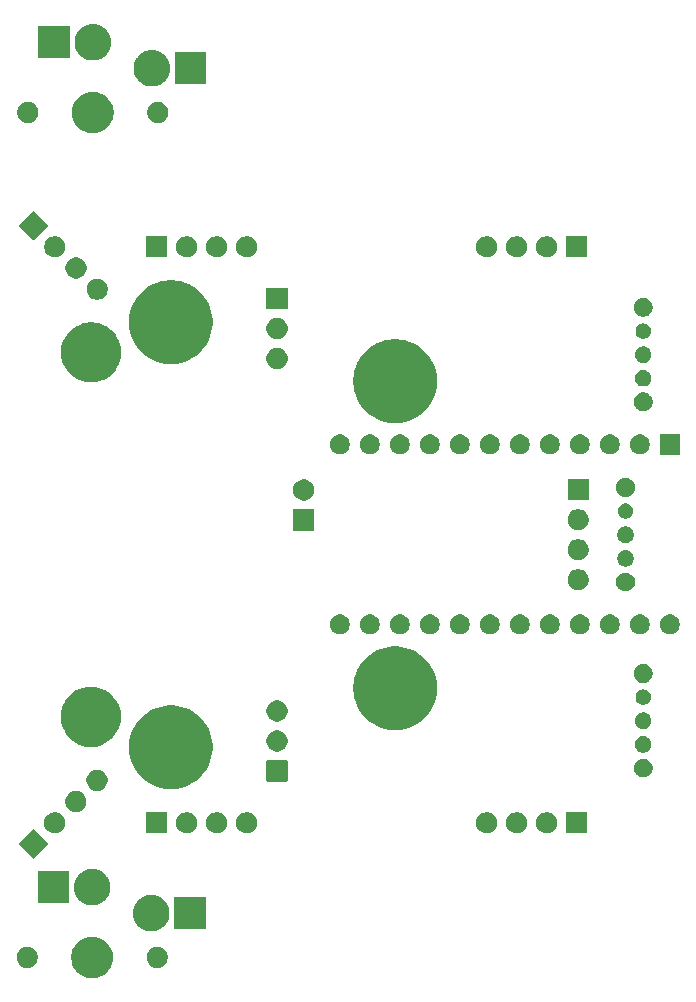
<source format=gbr>
G04 #@! TF.GenerationSoftware,KiCad,Pcbnew,9.0.2*
G04 #@! TF.CreationDate,2025-10-01T13:15:07-04:00*
G04 #@! TF.ProjectId,Trackball,54726163-6b62-4616-9c6c-2e6b69636164,rev?*
G04 #@! TF.SameCoordinates,Original*
G04 #@! TF.FileFunction,Soldermask,Bot*
G04 #@! TF.FilePolarity,Negative*
%FSLAX46Y46*%
G04 Gerber Fmt 4.6, Leading zero omitted, Abs format (unit mm)*
G04 Created by KiCad (PCBNEW 9.0.2) date 2025-10-01 13:15:07*
%MOMM*%
%LPD*%
G01*
G04 APERTURE LIST*
G04 APERTURE END LIST*
G36*
X115091432Y-135650424D02*
G01*
X115314501Y-135710195D01*
X115527861Y-135798571D01*
X115727859Y-135914040D01*
X115911075Y-136054627D01*
X116074373Y-136217925D01*
X116214960Y-136401141D01*
X116330429Y-136601139D01*
X116418805Y-136814499D01*
X116478576Y-137037568D01*
X116508720Y-137266531D01*
X116508720Y-137497469D01*
X116478576Y-137726432D01*
X116418805Y-137949501D01*
X116330429Y-138162861D01*
X116214960Y-138362859D01*
X116074373Y-138546075D01*
X115911075Y-138709373D01*
X115727859Y-138849960D01*
X115527861Y-138965429D01*
X115314501Y-139053805D01*
X115091432Y-139113576D01*
X114862469Y-139143720D01*
X114631531Y-139143720D01*
X114402568Y-139113576D01*
X114179499Y-139053805D01*
X113966139Y-138965429D01*
X113766141Y-138849960D01*
X113582925Y-138709373D01*
X113419627Y-138546075D01*
X113279040Y-138362859D01*
X113163571Y-138162861D01*
X113075195Y-137949501D01*
X113015424Y-137726432D01*
X112985280Y-137497469D01*
X112985280Y-137266531D01*
X113015424Y-137037568D01*
X113075195Y-136814499D01*
X113163571Y-136601139D01*
X113279040Y-136401141D01*
X113419627Y-136217925D01*
X113582925Y-136054627D01*
X113766141Y-135914040D01*
X113966139Y-135798571D01*
X114179499Y-135710195D01*
X114402568Y-135650424D01*
X114631531Y-135620280D01*
X114862469Y-135620280D01*
X115091432Y-135650424D01*
G37*
G36*
X109508808Y-136518936D02*
G01*
X109672153Y-136586595D01*
X109819159Y-136684822D01*
X109944178Y-136809841D01*
X110042405Y-136956847D01*
X110110064Y-137120192D01*
X110144557Y-137293598D01*
X110144557Y-137470402D01*
X110110064Y-137643808D01*
X110042405Y-137807153D01*
X109944178Y-137954159D01*
X109819159Y-138079178D01*
X109672153Y-138177405D01*
X109508808Y-138245064D01*
X109335402Y-138279557D01*
X109158598Y-138279557D01*
X108985192Y-138245064D01*
X108821847Y-138177405D01*
X108674841Y-138079178D01*
X108549822Y-137954159D01*
X108451595Y-137807153D01*
X108383936Y-137643808D01*
X108349443Y-137470402D01*
X108349443Y-137293598D01*
X108383936Y-137120192D01*
X108451595Y-136956847D01*
X108549822Y-136809841D01*
X108674841Y-136684822D01*
X108821847Y-136586595D01*
X108985192Y-136518936D01*
X109158598Y-136484443D01*
X109335402Y-136484443D01*
X109508808Y-136518936D01*
G37*
G36*
X120508808Y-136518936D02*
G01*
X120672153Y-136586595D01*
X120819159Y-136684822D01*
X120944178Y-136809841D01*
X121042405Y-136956847D01*
X121110064Y-137120192D01*
X121144557Y-137293598D01*
X121144557Y-137470402D01*
X121110064Y-137643808D01*
X121042405Y-137807153D01*
X120944178Y-137954159D01*
X120819159Y-138079178D01*
X120672153Y-138177405D01*
X120508808Y-138245064D01*
X120335402Y-138279557D01*
X120158598Y-138279557D01*
X119985192Y-138245064D01*
X119821847Y-138177405D01*
X119674841Y-138079178D01*
X119549822Y-137954159D01*
X119451595Y-137807153D01*
X119383936Y-137643808D01*
X119349443Y-137470402D01*
X119349443Y-137293598D01*
X119383936Y-137120192D01*
X119451595Y-136956847D01*
X119549822Y-136809841D01*
X119674841Y-136684822D01*
X119821847Y-136586595D01*
X119985192Y-136518936D01*
X120158598Y-136484443D01*
X120335402Y-136484443D01*
X120508808Y-136518936D01*
G37*
G36*
X119857482Y-132085781D02*
G01*
X119868690Y-132085781D01*
X119923888Y-132094523D01*
X120049534Y-132111065D01*
X120080189Y-132119279D01*
X120109074Y-132123854D01*
X120164620Y-132141902D01*
X120245467Y-132163565D01*
X120297050Y-132184931D01*
X120340542Y-132199063D01*
X120381286Y-132219823D01*
X120432870Y-132241190D01*
X120505353Y-132283038D01*
X120557395Y-132309555D01*
X120581055Y-132326745D01*
X120608539Y-132342613D01*
X120709074Y-132419756D01*
X120754294Y-132452610D01*
X120762219Y-132460535D01*
X120769466Y-132466096D01*
X120912903Y-132609533D01*
X120918463Y-132616779D01*
X120926390Y-132624706D01*
X120959247Y-132669930D01*
X121036386Y-132770460D01*
X121052252Y-132797941D01*
X121069445Y-132821605D01*
X121095964Y-132873652D01*
X121137809Y-132946129D01*
X121159173Y-132997706D01*
X121179937Y-133038458D01*
X121194070Y-133081955D01*
X121215434Y-133133532D01*
X121237093Y-133214366D01*
X121255146Y-133269926D01*
X121259721Y-133298816D01*
X121267934Y-133329465D01*
X121284474Y-133455099D01*
X121293219Y-133510310D01*
X121293219Y-133521518D01*
X121294412Y-133530580D01*
X121294412Y-133733419D01*
X121293219Y-133742480D01*
X121293219Y-133753690D01*
X121284473Y-133808905D01*
X121267934Y-133934534D01*
X121259722Y-133965180D01*
X121255146Y-133994074D01*
X121237091Y-134049638D01*
X121215434Y-134130467D01*
X121194071Y-134182039D01*
X121179937Y-134225542D01*
X121159171Y-134266297D01*
X121137809Y-134317870D01*
X121095968Y-134390338D01*
X121069445Y-134442395D01*
X121052249Y-134466062D01*
X121036386Y-134493539D01*
X120959261Y-134594050D01*
X120926390Y-134639294D01*
X120918459Y-134647224D01*
X120912903Y-134654466D01*
X120769466Y-134797903D01*
X120762224Y-134803459D01*
X120754294Y-134811390D01*
X120709050Y-134844261D01*
X120608539Y-134921386D01*
X120581062Y-134937249D01*
X120557395Y-134954445D01*
X120505338Y-134980968D01*
X120432870Y-135022809D01*
X120381297Y-135044171D01*
X120340542Y-135064937D01*
X120297039Y-135079071D01*
X120245467Y-135100434D01*
X120164638Y-135122091D01*
X120109074Y-135140146D01*
X120080180Y-135144722D01*
X120049534Y-135152934D01*
X119923902Y-135169474D01*
X119868690Y-135178219D01*
X119857481Y-135178219D01*
X119848420Y-135179412D01*
X119645580Y-135179412D01*
X119636519Y-135178219D01*
X119625310Y-135178219D01*
X119570099Y-135169474D01*
X119444465Y-135152934D01*
X119413816Y-135144721D01*
X119384926Y-135140146D01*
X119329366Y-135122093D01*
X119248532Y-135100434D01*
X119196955Y-135079070D01*
X119153458Y-135064937D01*
X119112706Y-135044173D01*
X119061129Y-135022809D01*
X118988652Y-134980964D01*
X118936605Y-134954445D01*
X118912941Y-134937252D01*
X118885460Y-134921386D01*
X118784930Y-134844247D01*
X118739706Y-134811390D01*
X118731779Y-134803463D01*
X118724533Y-134797903D01*
X118581096Y-134654466D01*
X118575535Y-134647219D01*
X118567610Y-134639294D01*
X118534756Y-134594074D01*
X118457613Y-134493539D01*
X118441745Y-134466055D01*
X118424555Y-134442395D01*
X118398038Y-134390353D01*
X118356190Y-134317870D01*
X118334823Y-134266286D01*
X118314063Y-134225542D01*
X118299931Y-134182050D01*
X118278565Y-134130467D01*
X118256902Y-134049620D01*
X118238854Y-133994074D01*
X118234279Y-133965189D01*
X118226065Y-133934534D01*
X118209524Y-133808891D01*
X118200781Y-133753690D01*
X118200781Y-133742480D01*
X118199588Y-133733419D01*
X118199588Y-133530580D01*
X118200781Y-133521518D01*
X118200781Y-133510310D01*
X118209523Y-133455113D01*
X118226065Y-133329465D01*
X118234279Y-133298807D01*
X118238854Y-133269926D01*
X118256900Y-133214383D01*
X118278565Y-133133532D01*
X118299933Y-133081944D01*
X118314063Y-133038458D01*
X118334821Y-132997717D01*
X118356190Y-132946129D01*
X118398042Y-132873637D01*
X118424555Y-132821605D01*
X118441742Y-132797948D01*
X118457613Y-132770460D01*
X118534770Y-132669906D01*
X118567610Y-132624706D01*
X118575532Y-132616783D01*
X118581096Y-132609533D01*
X118724533Y-132466096D01*
X118731783Y-132460532D01*
X118739706Y-132452610D01*
X118784906Y-132419770D01*
X118885460Y-132342613D01*
X118912948Y-132326742D01*
X118936605Y-132309555D01*
X118988637Y-132283042D01*
X119061129Y-132241190D01*
X119112717Y-132219821D01*
X119153458Y-132199063D01*
X119196944Y-132184933D01*
X119248532Y-132163565D01*
X119329383Y-132141900D01*
X119384926Y-132123854D01*
X119413807Y-132119279D01*
X119444465Y-132111065D01*
X119570113Y-132094523D01*
X119625310Y-132085781D01*
X119636518Y-132085781D01*
X119645580Y-132084588D01*
X119848420Y-132084588D01*
X119857482Y-132085781D01*
G37*
G36*
X124341517Y-132284882D02*
G01*
X124358062Y-132295938D01*
X124369118Y-132312483D01*
X124373000Y-132332000D01*
X124373000Y-134932000D01*
X124369118Y-134951517D01*
X124358062Y-134968062D01*
X124341517Y-134979118D01*
X124322000Y-134983000D01*
X121722000Y-134983000D01*
X121702483Y-134979118D01*
X121685938Y-134968062D01*
X121674882Y-134951517D01*
X121671000Y-134932000D01*
X121671000Y-132332000D01*
X121674882Y-132312483D01*
X121685938Y-132295938D01*
X121702483Y-132284882D01*
X121722000Y-132281000D01*
X124322000Y-132281000D01*
X124341517Y-132284882D01*
G37*
G36*
X114857482Y-129885781D02*
G01*
X114868690Y-129885781D01*
X114923888Y-129894523D01*
X115049534Y-129911065D01*
X115080189Y-129919279D01*
X115109074Y-129923854D01*
X115164620Y-129941902D01*
X115245467Y-129963565D01*
X115297050Y-129984931D01*
X115340542Y-129999063D01*
X115381286Y-130019823D01*
X115432870Y-130041190D01*
X115505353Y-130083038D01*
X115557395Y-130109555D01*
X115581055Y-130126745D01*
X115608539Y-130142613D01*
X115709074Y-130219756D01*
X115754294Y-130252610D01*
X115762219Y-130260535D01*
X115769466Y-130266096D01*
X115912903Y-130409533D01*
X115918463Y-130416779D01*
X115926390Y-130424706D01*
X115959247Y-130469930D01*
X116036386Y-130570460D01*
X116052252Y-130597941D01*
X116069445Y-130621605D01*
X116095964Y-130673652D01*
X116137809Y-130746129D01*
X116159173Y-130797706D01*
X116179937Y-130838458D01*
X116194070Y-130881955D01*
X116215434Y-130933532D01*
X116237093Y-131014366D01*
X116255146Y-131069926D01*
X116259721Y-131098816D01*
X116267934Y-131129465D01*
X116284474Y-131255099D01*
X116293219Y-131310310D01*
X116293219Y-131321518D01*
X116294412Y-131330580D01*
X116294412Y-131533419D01*
X116293219Y-131542480D01*
X116293219Y-131553690D01*
X116284473Y-131608905D01*
X116267934Y-131734534D01*
X116259722Y-131765180D01*
X116255146Y-131794074D01*
X116237091Y-131849638D01*
X116215434Y-131930467D01*
X116194071Y-131982039D01*
X116179937Y-132025542D01*
X116159171Y-132066297D01*
X116137809Y-132117870D01*
X116095968Y-132190338D01*
X116069445Y-132242395D01*
X116052249Y-132266062D01*
X116036386Y-132293539D01*
X115959261Y-132394050D01*
X115926390Y-132439294D01*
X115918459Y-132447224D01*
X115912903Y-132454466D01*
X115769466Y-132597903D01*
X115762224Y-132603459D01*
X115754294Y-132611390D01*
X115709050Y-132644261D01*
X115608539Y-132721386D01*
X115581062Y-132737249D01*
X115557395Y-132754445D01*
X115505338Y-132780968D01*
X115432870Y-132822809D01*
X115381297Y-132844171D01*
X115340542Y-132864937D01*
X115297039Y-132879071D01*
X115245467Y-132900434D01*
X115164638Y-132922091D01*
X115109074Y-132940146D01*
X115080180Y-132944722D01*
X115049534Y-132952934D01*
X114923902Y-132969474D01*
X114868690Y-132978219D01*
X114857481Y-132978219D01*
X114848420Y-132979412D01*
X114645580Y-132979412D01*
X114636519Y-132978219D01*
X114625310Y-132978219D01*
X114570099Y-132969474D01*
X114444465Y-132952934D01*
X114413816Y-132944721D01*
X114384926Y-132940146D01*
X114329366Y-132922093D01*
X114248532Y-132900434D01*
X114196955Y-132879070D01*
X114153458Y-132864937D01*
X114112706Y-132844173D01*
X114061129Y-132822809D01*
X113988652Y-132780964D01*
X113936605Y-132754445D01*
X113912941Y-132737252D01*
X113885460Y-132721386D01*
X113784930Y-132644247D01*
X113739706Y-132611390D01*
X113731779Y-132603463D01*
X113724533Y-132597903D01*
X113581096Y-132454466D01*
X113575535Y-132447219D01*
X113567610Y-132439294D01*
X113534756Y-132394074D01*
X113457613Y-132293539D01*
X113441745Y-132266055D01*
X113424555Y-132242395D01*
X113398038Y-132190353D01*
X113356190Y-132117870D01*
X113334823Y-132066286D01*
X113314063Y-132025542D01*
X113299931Y-131982050D01*
X113278565Y-131930467D01*
X113256902Y-131849620D01*
X113238854Y-131794074D01*
X113234279Y-131765189D01*
X113226065Y-131734534D01*
X113209524Y-131608891D01*
X113200781Y-131553690D01*
X113200781Y-131542480D01*
X113199588Y-131533419D01*
X113199588Y-131330580D01*
X113200781Y-131321518D01*
X113200781Y-131310310D01*
X113209523Y-131255113D01*
X113226065Y-131129465D01*
X113234279Y-131098807D01*
X113238854Y-131069926D01*
X113256900Y-131014383D01*
X113278565Y-130933532D01*
X113299933Y-130881944D01*
X113314063Y-130838458D01*
X113334821Y-130797717D01*
X113356190Y-130746129D01*
X113398042Y-130673637D01*
X113424555Y-130621605D01*
X113441742Y-130597948D01*
X113457613Y-130570460D01*
X113534770Y-130469906D01*
X113567610Y-130424706D01*
X113575532Y-130416783D01*
X113581096Y-130409533D01*
X113724533Y-130266096D01*
X113731783Y-130260532D01*
X113739706Y-130252610D01*
X113784906Y-130219770D01*
X113885460Y-130142613D01*
X113912948Y-130126742D01*
X113936605Y-130109555D01*
X113988637Y-130083042D01*
X114061129Y-130041190D01*
X114112717Y-130019821D01*
X114153458Y-129999063D01*
X114196944Y-129984933D01*
X114248532Y-129963565D01*
X114329383Y-129941900D01*
X114384926Y-129923854D01*
X114413807Y-129919279D01*
X114444465Y-129911065D01*
X114570113Y-129894523D01*
X114625310Y-129885781D01*
X114636518Y-129885781D01*
X114645580Y-129884588D01*
X114848420Y-129884588D01*
X114857482Y-129885781D01*
G37*
G36*
X112791517Y-130084882D02*
G01*
X112808062Y-130095938D01*
X112819118Y-130112483D01*
X112823000Y-130132000D01*
X112823000Y-132732000D01*
X112819118Y-132751517D01*
X112808062Y-132768062D01*
X112791517Y-132779118D01*
X112772000Y-132783000D01*
X110172000Y-132783000D01*
X110152483Y-132779118D01*
X110135938Y-132768062D01*
X110124882Y-132751517D01*
X110121000Y-132732000D01*
X110121000Y-130132000D01*
X110124882Y-130112483D01*
X110135938Y-130095938D01*
X110152483Y-130084882D01*
X110172000Y-130081000D01*
X112772000Y-130081000D01*
X112791517Y-130084882D01*
G37*
G36*
X109793466Y-126536851D02*
G01*
X109810011Y-126547907D01*
X111012093Y-127749989D01*
X111023149Y-127766534D01*
X111027030Y-127786051D01*
X111023149Y-127805568D01*
X111012093Y-127822113D01*
X109810011Y-129024195D01*
X109793466Y-129035251D01*
X109773949Y-129039132D01*
X109754432Y-129035251D01*
X109737887Y-129024195D01*
X108535805Y-127822113D01*
X108524749Y-127805568D01*
X108520868Y-127786051D01*
X108524749Y-127766534D01*
X108535805Y-127749989D01*
X109432277Y-126853517D01*
X109729182Y-126556611D01*
X109729185Y-126556608D01*
X109737887Y-126547907D01*
X109754432Y-126536851D01*
X109773949Y-126532970D01*
X109793466Y-126536851D01*
G37*
G36*
X111831546Y-125127797D02*
G01*
X111994728Y-125195389D01*
X112141588Y-125293518D01*
X112266482Y-125418412D01*
X112364611Y-125565272D01*
X112432203Y-125728454D01*
X112466661Y-125901687D01*
X112466661Y-126078313D01*
X112432203Y-126251546D01*
X112364611Y-126414728D01*
X112266482Y-126561588D01*
X112141588Y-126686482D01*
X111994728Y-126784611D01*
X111831546Y-126852203D01*
X111658313Y-126886661D01*
X111481687Y-126886661D01*
X111308454Y-126852203D01*
X111145272Y-126784611D01*
X110998412Y-126686482D01*
X110873518Y-126561588D01*
X110775389Y-126414728D01*
X110707797Y-126251546D01*
X110673339Y-126078313D01*
X110673339Y-125901687D01*
X110707797Y-125728454D01*
X110775389Y-125565272D01*
X110873518Y-125418412D01*
X110998412Y-125293518D01*
X111145272Y-125195389D01*
X111308454Y-125127797D01*
X111481687Y-125093339D01*
X111658313Y-125093339D01*
X111831546Y-125127797D01*
G37*
G36*
X121077517Y-125086882D02*
G01*
X121094062Y-125097938D01*
X121105118Y-125114483D01*
X121109000Y-125134000D01*
X121109000Y-126834000D01*
X121105118Y-126853517D01*
X121094062Y-126870062D01*
X121077517Y-126881118D01*
X121058000Y-126885000D01*
X119358000Y-126885000D01*
X119338483Y-126881118D01*
X119321938Y-126870062D01*
X119310882Y-126853517D01*
X119307000Y-126834000D01*
X119307000Y-125134000D01*
X119310882Y-125114483D01*
X119321938Y-125097938D01*
X119338483Y-125086882D01*
X119358000Y-125083000D01*
X121058000Y-125083000D01*
X121077517Y-125086882D01*
G37*
G36*
X156637517Y-125086882D02*
G01*
X156654062Y-125097938D01*
X156665118Y-125114483D01*
X156669000Y-125134000D01*
X156669000Y-126834000D01*
X156665118Y-126853517D01*
X156654062Y-126870062D01*
X156637517Y-126881118D01*
X156618000Y-126885000D01*
X154918000Y-126885000D01*
X154898483Y-126881118D01*
X154881938Y-126870062D01*
X154870882Y-126853517D01*
X154867000Y-126834000D01*
X154867000Y-125134000D01*
X154870882Y-125114483D01*
X154881938Y-125097938D01*
X154898483Y-125086882D01*
X154918000Y-125083000D01*
X156618000Y-125083000D01*
X156637517Y-125086882D01*
G37*
G36*
X123009546Y-125121797D02*
G01*
X123172728Y-125189389D01*
X123319588Y-125287518D01*
X123444482Y-125412412D01*
X123542611Y-125559272D01*
X123610203Y-125722454D01*
X123644661Y-125895687D01*
X123644661Y-126072313D01*
X123610203Y-126245546D01*
X123542611Y-126408728D01*
X123444482Y-126555588D01*
X123319588Y-126680482D01*
X123172728Y-126778611D01*
X123009546Y-126846203D01*
X122836313Y-126880661D01*
X122659687Y-126880661D01*
X122486454Y-126846203D01*
X122323272Y-126778611D01*
X122176412Y-126680482D01*
X122051518Y-126555588D01*
X121953389Y-126408728D01*
X121885797Y-126245546D01*
X121851339Y-126072313D01*
X121851339Y-125895687D01*
X121885797Y-125722454D01*
X121953389Y-125559272D01*
X122051518Y-125412412D01*
X122176412Y-125287518D01*
X122323272Y-125189389D01*
X122486454Y-125121797D01*
X122659687Y-125087339D01*
X122836313Y-125087339D01*
X123009546Y-125121797D01*
G37*
G36*
X125549546Y-125121797D02*
G01*
X125712728Y-125189389D01*
X125859588Y-125287518D01*
X125984482Y-125412412D01*
X126082611Y-125559272D01*
X126150203Y-125722454D01*
X126184661Y-125895687D01*
X126184661Y-126072313D01*
X126150203Y-126245546D01*
X126082611Y-126408728D01*
X125984482Y-126555588D01*
X125859588Y-126680482D01*
X125712728Y-126778611D01*
X125549546Y-126846203D01*
X125376313Y-126880661D01*
X125199687Y-126880661D01*
X125026454Y-126846203D01*
X124863272Y-126778611D01*
X124716412Y-126680482D01*
X124591518Y-126555588D01*
X124493389Y-126408728D01*
X124425797Y-126245546D01*
X124391339Y-126072313D01*
X124391339Y-125895687D01*
X124425797Y-125722454D01*
X124493389Y-125559272D01*
X124591518Y-125412412D01*
X124716412Y-125287518D01*
X124863272Y-125189389D01*
X125026454Y-125121797D01*
X125199687Y-125087339D01*
X125376313Y-125087339D01*
X125549546Y-125121797D01*
G37*
G36*
X128089546Y-125121797D02*
G01*
X128252728Y-125189389D01*
X128399588Y-125287518D01*
X128524482Y-125412412D01*
X128622611Y-125559272D01*
X128690203Y-125722454D01*
X128724661Y-125895687D01*
X128724661Y-126072313D01*
X128690203Y-126245546D01*
X128622611Y-126408728D01*
X128524482Y-126555588D01*
X128399588Y-126680482D01*
X128252728Y-126778611D01*
X128089546Y-126846203D01*
X127916313Y-126880661D01*
X127739687Y-126880661D01*
X127566454Y-126846203D01*
X127403272Y-126778611D01*
X127256412Y-126680482D01*
X127131518Y-126555588D01*
X127033389Y-126408728D01*
X126965797Y-126245546D01*
X126931339Y-126072313D01*
X126931339Y-125895687D01*
X126965797Y-125722454D01*
X127033389Y-125559272D01*
X127131518Y-125412412D01*
X127256412Y-125287518D01*
X127403272Y-125189389D01*
X127566454Y-125121797D01*
X127739687Y-125087339D01*
X127916313Y-125087339D01*
X128089546Y-125121797D01*
G37*
G36*
X148409546Y-125121797D02*
G01*
X148572728Y-125189389D01*
X148719588Y-125287518D01*
X148844482Y-125412412D01*
X148942611Y-125559272D01*
X149010203Y-125722454D01*
X149044661Y-125895687D01*
X149044661Y-126072313D01*
X149010203Y-126245546D01*
X148942611Y-126408728D01*
X148844482Y-126555588D01*
X148719588Y-126680482D01*
X148572728Y-126778611D01*
X148409546Y-126846203D01*
X148236313Y-126880661D01*
X148059687Y-126880661D01*
X147886454Y-126846203D01*
X147723272Y-126778611D01*
X147576412Y-126680482D01*
X147451518Y-126555588D01*
X147353389Y-126408728D01*
X147285797Y-126245546D01*
X147251339Y-126072313D01*
X147251339Y-125895687D01*
X147285797Y-125722454D01*
X147353389Y-125559272D01*
X147451518Y-125412412D01*
X147576412Y-125287518D01*
X147723272Y-125189389D01*
X147886454Y-125121797D01*
X148059687Y-125087339D01*
X148236313Y-125087339D01*
X148409546Y-125121797D01*
G37*
G36*
X150949546Y-125121797D02*
G01*
X151112728Y-125189389D01*
X151259588Y-125287518D01*
X151384482Y-125412412D01*
X151482611Y-125559272D01*
X151550203Y-125722454D01*
X151584661Y-125895687D01*
X151584661Y-126072313D01*
X151550203Y-126245546D01*
X151482611Y-126408728D01*
X151384482Y-126555588D01*
X151259588Y-126680482D01*
X151112728Y-126778611D01*
X150949546Y-126846203D01*
X150776313Y-126880661D01*
X150599687Y-126880661D01*
X150426454Y-126846203D01*
X150263272Y-126778611D01*
X150116412Y-126680482D01*
X149991518Y-126555588D01*
X149893389Y-126408728D01*
X149825797Y-126245546D01*
X149791339Y-126072313D01*
X149791339Y-125895687D01*
X149825797Y-125722454D01*
X149893389Y-125559272D01*
X149991518Y-125412412D01*
X150116412Y-125287518D01*
X150263272Y-125189389D01*
X150426454Y-125121797D01*
X150599687Y-125087339D01*
X150776313Y-125087339D01*
X150949546Y-125121797D01*
G37*
G36*
X153489546Y-125121797D02*
G01*
X153652728Y-125189389D01*
X153799588Y-125287518D01*
X153924482Y-125412412D01*
X154022611Y-125559272D01*
X154090203Y-125722454D01*
X154124661Y-125895687D01*
X154124661Y-126072313D01*
X154090203Y-126245546D01*
X154022611Y-126408728D01*
X153924482Y-126555588D01*
X153799588Y-126680482D01*
X153652728Y-126778611D01*
X153489546Y-126846203D01*
X153316313Y-126880661D01*
X153139687Y-126880661D01*
X152966454Y-126846203D01*
X152803272Y-126778611D01*
X152656412Y-126680482D01*
X152531518Y-126555588D01*
X152433389Y-126408728D01*
X152365797Y-126245546D01*
X152331339Y-126072313D01*
X152331339Y-125895687D01*
X152365797Y-125722454D01*
X152433389Y-125559272D01*
X152531518Y-125412412D01*
X152656412Y-125287518D01*
X152803272Y-125189389D01*
X152966454Y-125121797D01*
X153139687Y-125087339D01*
X153316313Y-125087339D01*
X153489546Y-125121797D01*
G37*
G36*
X113627597Y-123331746D02*
G01*
X113790779Y-123399338D01*
X113937639Y-123497467D01*
X114062533Y-123622361D01*
X114160662Y-123769221D01*
X114228254Y-123932403D01*
X114262712Y-124105636D01*
X114262712Y-124282262D01*
X114228254Y-124455495D01*
X114160662Y-124618677D01*
X114062533Y-124765537D01*
X113937639Y-124890431D01*
X113790779Y-124988560D01*
X113627597Y-125056152D01*
X113454364Y-125090610D01*
X113277738Y-125090610D01*
X113104505Y-125056152D01*
X112941323Y-124988560D01*
X112794463Y-124890431D01*
X112669569Y-124765537D01*
X112571440Y-124618677D01*
X112503848Y-124455495D01*
X112469390Y-124282262D01*
X112469390Y-124105636D01*
X112503848Y-123932403D01*
X112571440Y-123769221D01*
X112669569Y-123622361D01*
X112794463Y-123497467D01*
X112941323Y-123399338D01*
X113104505Y-123331746D01*
X113277738Y-123297288D01*
X113454364Y-123297288D01*
X113627597Y-123331746D01*
G37*
G36*
X115423649Y-121535694D02*
G01*
X115586831Y-121603286D01*
X115733691Y-121701415D01*
X115858585Y-121826309D01*
X115956714Y-121973169D01*
X116024306Y-122136351D01*
X116058764Y-122309584D01*
X116058764Y-122486210D01*
X116024306Y-122659443D01*
X115956714Y-122822625D01*
X115858585Y-122969485D01*
X115733691Y-123094379D01*
X115586831Y-123192508D01*
X115423649Y-123260100D01*
X115250416Y-123294558D01*
X115073790Y-123294558D01*
X114900557Y-123260100D01*
X114737375Y-123192508D01*
X114590515Y-123094379D01*
X114465621Y-122969485D01*
X114367492Y-122822625D01*
X114299900Y-122659443D01*
X114265442Y-122486210D01*
X114265442Y-122309584D01*
X114299900Y-122136351D01*
X114367492Y-121973169D01*
X114465621Y-121826309D01*
X114590515Y-121701415D01*
X114737375Y-121603286D01*
X114900557Y-121535694D01*
X115073790Y-121501236D01*
X115250416Y-121501236D01*
X115423649Y-121535694D01*
G37*
G36*
X121921040Y-116087434D02*
G01*
X122262823Y-116155419D01*
X122596296Y-116256577D01*
X122918248Y-116389934D01*
X123225579Y-116554206D01*
X123515328Y-116747810D01*
X123784706Y-116968883D01*
X124031117Y-117215294D01*
X124252190Y-117484672D01*
X124445794Y-117774421D01*
X124610066Y-118081752D01*
X124743423Y-118403704D01*
X124844581Y-118737177D01*
X124912566Y-119078960D01*
X124946723Y-119425761D01*
X124946723Y-119774239D01*
X124912566Y-120121040D01*
X124844581Y-120462823D01*
X124743423Y-120796296D01*
X124610066Y-121118248D01*
X124445794Y-121425579D01*
X124252190Y-121715328D01*
X124031117Y-121984706D01*
X123784706Y-122231117D01*
X123515328Y-122452190D01*
X123225579Y-122645794D01*
X122918248Y-122810066D01*
X122596296Y-122943423D01*
X122262823Y-123044581D01*
X121921040Y-123112566D01*
X121574239Y-123146723D01*
X121225761Y-123146723D01*
X120878960Y-123112566D01*
X120537177Y-123044581D01*
X120203704Y-122943423D01*
X119881752Y-122810066D01*
X119574421Y-122645794D01*
X119284672Y-122452190D01*
X119015294Y-122231117D01*
X118768883Y-121984706D01*
X118547810Y-121715328D01*
X118354206Y-121425579D01*
X118189934Y-121118248D01*
X118056577Y-120796296D01*
X117955419Y-120462823D01*
X117887434Y-120121040D01*
X117853277Y-119774239D01*
X117853277Y-119425761D01*
X117887434Y-119078960D01*
X117955419Y-118737177D01*
X118056577Y-118403704D01*
X118189934Y-118081752D01*
X118354206Y-117774421D01*
X118547810Y-117484672D01*
X118768883Y-117215294D01*
X119015294Y-116968883D01*
X119284672Y-116747810D01*
X119574421Y-116554206D01*
X119881752Y-116389934D01*
X120203704Y-116256577D01*
X120537177Y-116155419D01*
X120878960Y-116087434D01*
X121225761Y-116053277D01*
X121574239Y-116053277D01*
X121921040Y-116087434D01*
G37*
G36*
X131269517Y-120702882D02*
G01*
X131286062Y-120713938D01*
X131297118Y-120730483D01*
X131301000Y-120750000D01*
X131301000Y-122450000D01*
X131297118Y-122469517D01*
X131286062Y-122486062D01*
X131269517Y-122497118D01*
X131250000Y-122501000D01*
X129550000Y-122501000D01*
X129530483Y-122497118D01*
X129513938Y-122486062D01*
X129502882Y-122469517D01*
X129499000Y-122450000D01*
X129499000Y-120750000D01*
X129502882Y-120730483D01*
X129513938Y-120713938D01*
X129530483Y-120702882D01*
X129550000Y-120699000D01*
X131250000Y-120699000D01*
X131269517Y-120702882D01*
G37*
G36*
X161632518Y-120583491D02*
G01*
X161777589Y-120643581D01*
X161908149Y-120730819D01*
X162019181Y-120841851D01*
X162106419Y-120972411D01*
X162166509Y-121117482D01*
X162197143Y-121271488D01*
X162197143Y-121428512D01*
X162166509Y-121582518D01*
X162106419Y-121727589D01*
X162019181Y-121858149D01*
X161908149Y-121969181D01*
X161777589Y-122056419D01*
X161632518Y-122116509D01*
X161478512Y-122147143D01*
X161321488Y-122147143D01*
X161167482Y-122116509D01*
X161022411Y-122056419D01*
X160891851Y-121969181D01*
X160780819Y-121858149D01*
X160693581Y-121727589D01*
X160633491Y-121582518D01*
X160602857Y-121428512D01*
X160602857Y-121271488D01*
X160633491Y-121117482D01*
X160693581Y-120972411D01*
X160780819Y-120841851D01*
X160891851Y-120730819D01*
X161022411Y-120643581D01*
X161167482Y-120583491D01*
X161321488Y-120552857D01*
X161478512Y-120552857D01*
X161632518Y-120583491D01*
G37*
G36*
X161603490Y-118679185D02*
G01*
X161730449Y-118731773D01*
X161844710Y-118808120D01*
X161941880Y-118905290D01*
X162018227Y-119019551D01*
X162070815Y-119146510D01*
X162097624Y-119281290D01*
X162097624Y-119418710D01*
X162070815Y-119553490D01*
X162018227Y-119680449D01*
X161941880Y-119794710D01*
X161844710Y-119891880D01*
X161730449Y-119968227D01*
X161603490Y-120020815D01*
X161468710Y-120047624D01*
X161331290Y-120047624D01*
X161196510Y-120020815D01*
X161069551Y-119968227D01*
X160955290Y-119891880D01*
X160858120Y-119794710D01*
X160781773Y-119680449D01*
X160729185Y-119553490D01*
X160702376Y-119418710D01*
X160702376Y-119281290D01*
X160729185Y-119146510D01*
X160781773Y-119019551D01*
X160858120Y-118905290D01*
X160955290Y-118808120D01*
X161069551Y-118731773D01*
X161196510Y-118679185D01*
X161331290Y-118652376D01*
X161468710Y-118652376D01*
X161603490Y-118679185D01*
G37*
G36*
X130661546Y-118197797D02*
G01*
X130824728Y-118265389D01*
X130971588Y-118363518D01*
X131096482Y-118488412D01*
X131194611Y-118635272D01*
X131262203Y-118798454D01*
X131296661Y-118971687D01*
X131296661Y-119148313D01*
X131262203Y-119321546D01*
X131194611Y-119484728D01*
X131096482Y-119631588D01*
X130971588Y-119756482D01*
X130824728Y-119854611D01*
X130661546Y-119922203D01*
X130488313Y-119956661D01*
X130311687Y-119956661D01*
X130138454Y-119922203D01*
X129975272Y-119854611D01*
X129828412Y-119756482D01*
X129703518Y-119631588D01*
X129605389Y-119484728D01*
X129537797Y-119321546D01*
X129503339Y-119148313D01*
X129503339Y-118971687D01*
X129537797Y-118798454D01*
X129605389Y-118635272D01*
X129703518Y-118488412D01*
X129828412Y-118363518D01*
X129975272Y-118265389D01*
X130138454Y-118197797D01*
X130311687Y-118163339D01*
X130488313Y-118163339D01*
X130661546Y-118197797D01*
G37*
G36*
X115067308Y-114505043D02*
G01*
X115346207Y-114568700D01*
X115616225Y-114663183D01*
X115873967Y-114787305D01*
X116116190Y-114939504D01*
X116339850Y-115117867D01*
X116542133Y-115320150D01*
X116720496Y-115543810D01*
X116872695Y-115786033D01*
X116996817Y-116043775D01*
X117091300Y-116313793D01*
X117154957Y-116592692D01*
X117186987Y-116876964D01*
X117186987Y-117163036D01*
X117154957Y-117447308D01*
X117091300Y-117726207D01*
X116996817Y-117996225D01*
X116872695Y-118253967D01*
X116720496Y-118496190D01*
X116542133Y-118719850D01*
X116339850Y-118922133D01*
X116116190Y-119100496D01*
X115873967Y-119252695D01*
X115616225Y-119376817D01*
X115346207Y-119471300D01*
X115067308Y-119534957D01*
X114783036Y-119566987D01*
X114496964Y-119566987D01*
X114212692Y-119534957D01*
X113933793Y-119471300D01*
X113663775Y-119376817D01*
X113406033Y-119252695D01*
X113163810Y-119100496D01*
X112940150Y-118922133D01*
X112737867Y-118719850D01*
X112559504Y-118496190D01*
X112407305Y-118253967D01*
X112283183Y-117996225D01*
X112188700Y-117726207D01*
X112125043Y-117447308D01*
X112093013Y-117163036D01*
X112093013Y-116876964D01*
X112125043Y-116592692D01*
X112188700Y-116313793D01*
X112283183Y-116043775D01*
X112407305Y-115786033D01*
X112559504Y-115543810D01*
X112737867Y-115320150D01*
X112940150Y-115117867D01*
X113163810Y-114939504D01*
X113406033Y-114787305D01*
X113663775Y-114663183D01*
X113933793Y-114568700D01*
X114212692Y-114505043D01*
X114496964Y-114473013D01*
X114783036Y-114473013D01*
X115067308Y-114505043D01*
G37*
G36*
X140921040Y-111087434D02*
G01*
X141262823Y-111155419D01*
X141596296Y-111256577D01*
X141918248Y-111389934D01*
X142225579Y-111554206D01*
X142515328Y-111747810D01*
X142784706Y-111968883D01*
X143031117Y-112215294D01*
X143252190Y-112484672D01*
X143445794Y-112774421D01*
X143610066Y-113081752D01*
X143743423Y-113403704D01*
X143844581Y-113737177D01*
X143912566Y-114078960D01*
X143946723Y-114425761D01*
X143946723Y-114774239D01*
X143912566Y-115121040D01*
X143844581Y-115462823D01*
X143743423Y-115796296D01*
X143610066Y-116118248D01*
X143445794Y-116425579D01*
X143252190Y-116715328D01*
X143031117Y-116984706D01*
X142784706Y-117231117D01*
X142515328Y-117452190D01*
X142225579Y-117645794D01*
X141918248Y-117810066D01*
X141596296Y-117943423D01*
X141262823Y-118044581D01*
X140921040Y-118112566D01*
X140574239Y-118146723D01*
X140225761Y-118146723D01*
X139878960Y-118112566D01*
X139537177Y-118044581D01*
X139203704Y-117943423D01*
X138881752Y-117810066D01*
X138574421Y-117645794D01*
X138284672Y-117452190D01*
X138015294Y-117231117D01*
X137768883Y-116984706D01*
X137547810Y-116715328D01*
X137354206Y-116425579D01*
X137189934Y-116118248D01*
X137056577Y-115796296D01*
X136955419Y-115462823D01*
X136887434Y-115121040D01*
X136853277Y-114774239D01*
X136853277Y-114425761D01*
X136887434Y-114078960D01*
X136955419Y-113737177D01*
X137056577Y-113403704D01*
X137189934Y-113081752D01*
X137354206Y-112774421D01*
X137547810Y-112484672D01*
X137768883Y-112215294D01*
X138015294Y-111968883D01*
X138284672Y-111747810D01*
X138574421Y-111554206D01*
X138881752Y-111389934D01*
X139203704Y-111256577D01*
X139537177Y-111155419D01*
X139878960Y-111087434D01*
X140225761Y-111053277D01*
X140574239Y-111053277D01*
X140921040Y-111087434D01*
G37*
G36*
X161603490Y-116679185D02*
G01*
X161730449Y-116731773D01*
X161844710Y-116808120D01*
X161941880Y-116905290D01*
X162018227Y-117019551D01*
X162070815Y-117146510D01*
X162097624Y-117281290D01*
X162097624Y-117418710D01*
X162070815Y-117553490D01*
X162018227Y-117680449D01*
X161941880Y-117794710D01*
X161844710Y-117891880D01*
X161730449Y-117968227D01*
X161603490Y-118020815D01*
X161468710Y-118047624D01*
X161331290Y-118047624D01*
X161196510Y-118020815D01*
X161069551Y-117968227D01*
X160955290Y-117891880D01*
X160858120Y-117794710D01*
X160781773Y-117680449D01*
X160729185Y-117553490D01*
X160702376Y-117418710D01*
X160702376Y-117281290D01*
X160729185Y-117146510D01*
X160781773Y-117019551D01*
X160858120Y-116905290D01*
X160955290Y-116808120D01*
X161069551Y-116731773D01*
X161196510Y-116679185D01*
X161331290Y-116652376D01*
X161468710Y-116652376D01*
X161603490Y-116679185D01*
G37*
G36*
X130661546Y-115657797D02*
G01*
X130824728Y-115725389D01*
X130971588Y-115823518D01*
X131096482Y-115948412D01*
X131194611Y-116095272D01*
X131262203Y-116258454D01*
X131296661Y-116431687D01*
X131296661Y-116608313D01*
X131262203Y-116781546D01*
X131194611Y-116944728D01*
X131096482Y-117091588D01*
X130971588Y-117216482D01*
X130824728Y-117314611D01*
X130661546Y-117382203D01*
X130488313Y-117416661D01*
X130311687Y-117416661D01*
X130138454Y-117382203D01*
X129975272Y-117314611D01*
X129828412Y-117216482D01*
X129703518Y-117091588D01*
X129605389Y-116944728D01*
X129537797Y-116781546D01*
X129503339Y-116608313D01*
X129503339Y-116431687D01*
X129537797Y-116258454D01*
X129605389Y-116095272D01*
X129703518Y-115948412D01*
X129828412Y-115823518D01*
X129975272Y-115725389D01*
X130138454Y-115657797D01*
X130311687Y-115623339D01*
X130488313Y-115623339D01*
X130661546Y-115657797D01*
G37*
G36*
X161588975Y-114727032D02*
G01*
X161706879Y-114775869D01*
X161812990Y-114846770D01*
X161903230Y-114937010D01*
X161974131Y-115043121D01*
X162022968Y-115161025D01*
X162047865Y-115286191D01*
X162047865Y-115413809D01*
X162022968Y-115538975D01*
X161974131Y-115656879D01*
X161903230Y-115762990D01*
X161812990Y-115853230D01*
X161706879Y-115924131D01*
X161588975Y-115972968D01*
X161463809Y-115997865D01*
X161336191Y-115997865D01*
X161211025Y-115972968D01*
X161093121Y-115924131D01*
X160987010Y-115853230D01*
X160896770Y-115762990D01*
X160825869Y-115656879D01*
X160777032Y-115538975D01*
X160752135Y-115413809D01*
X160752135Y-115286191D01*
X160777032Y-115161025D01*
X160825869Y-115043121D01*
X160896770Y-114937010D01*
X160987010Y-114846770D01*
X161093121Y-114775869D01*
X161211025Y-114727032D01*
X161336191Y-114702135D01*
X161463809Y-114702135D01*
X161588975Y-114727032D01*
G37*
G36*
X161632518Y-112583491D02*
G01*
X161777589Y-112643581D01*
X161908149Y-112730819D01*
X162019181Y-112841851D01*
X162106419Y-112972411D01*
X162166509Y-113117482D01*
X162197143Y-113271488D01*
X162197143Y-113428512D01*
X162166509Y-113582518D01*
X162106419Y-113727589D01*
X162019181Y-113858149D01*
X161908149Y-113969181D01*
X161777589Y-114056419D01*
X161632518Y-114116509D01*
X161478512Y-114147143D01*
X161321488Y-114147143D01*
X161167482Y-114116509D01*
X161022411Y-114056419D01*
X160891851Y-113969181D01*
X160780819Y-113858149D01*
X160693581Y-113727589D01*
X160633491Y-113582518D01*
X160602857Y-113428512D01*
X160602857Y-113271488D01*
X160633491Y-113117482D01*
X160693581Y-112972411D01*
X160780819Y-112841851D01*
X160891851Y-112730819D01*
X161022411Y-112643581D01*
X161167482Y-112583491D01*
X161321488Y-112552857D01*
X161478512Y-112552857D01*
X161632518Y-112583491D01*
G37*
G36*
X135967032Y-108385644D02*
G01*
X136121159Y-108449485D01*
X136259869Y-108542168D01*
X136377832Y-108660131D01*
X136470515Y-108798841D01*
X136534356Y-108952968D01*
X136566902Y-109116587D01*
X136566902Y-109283413D01*
X136534356Y-109447032D01*
X136470515Y-109601159D01*
X136377832Y-109739869D01*
X136259869Y-109857832D01*
X136121159Y-109950515D01*
X135967032Y-110014356D01*
X135803413Y-110046902D01*
X135636587Y-110046902D01*
X135472968Y-110014356D01*
X135318841Y-109950515D01*
X135180131Y-109857832D01*
X135062168Y-109739869D01*
X134969485Y-109601159D01*
X134905644Y-109447032D01*
X134873098Y-109283413D01*
X134873098Y-109116587D01*
X134905644Y-108952968D01*
X134969485Y-108798841D01*
X135062168Y-108660131D01*
X135180131Y-108542168D01*
X135318841Y-108449485D01*
X135472968Y-108385644D01*
X135636587Y-108353098D01*
X135803413Y-108353098D01*
X135967032Y-108385644D01*
G37*
G36*
X138507032Y-108385644D02*
G01*
X138661159Y-108449485D01*
X138799869Y-108542168D01*
X138917832Y-108660131D01*
X139010515Y-108798841D01*
X139074356Y-108952968D01*
X139106902Y-109116587D01*
X139106902Y-109283413D01*
X139074356Y-109447032D01*
X139010515Y-109601159D01*
X138917832Y-109739869D01*
X138799869Y-109857832D01*
X138661159Y-109950515D01*
X138507032Y-110014356D01*
X138343413Y-110046902D01*
X138176587Y-110046902D01*
X138012968Y-110014356D01*
X137858841Y-109950515D01*
X137720131Y-109857832D01*
X137602168Y-109739869D01*
X137509485Y-109601159D01*
X137445644Y-109447032D01*
X137413098Y-109283413D01*
X137413098Y-109116587D01*
X137445644Y-108952968D01*
X137509485Y-108798841D01*
X137602168Y-108660131D01*
X137720131Y-108542168D01*
X137858841Y-108449485D01*
X138012968Y-108385644D01*
X138176587Y-108353098D01*
X138343413Y-108353098D01*
X138507032Y-108385644D01*
G37*
G36*
X141047032Y-108385644D02*
G01*
X141201159Y-108449485D01*
X141339869Y-108542168D01*
X141457832Y-108660131D01*
X141550515Y-108798841D01*
X141614356Y-108952968D01*
X141646902Y-109116587D01*
X141646902Y-109283413D01*
X141614356Y-109447032D01*
X141550515Y-109601159D01*
X141457832Y-109739869D01*
X141339869Y-109857832D01*
X141201159Y-109950515D01*
X141047032Y-110014356D01*
X140883413Y-110046902D01*
X140716587Y-110046902D01*
X140552968Y-110014356D01*
X140398841Y-109950515D01*
X140260131Y-109857832D01*
X140142168Y-109739869D01*
X140049485Y-109601159D01*
X139985644Y-109447032D01*
X139953098Y-109283413D01*
X139953098Y-109116587D01*
X139985644Y-108952968D01*
X140049485Y-108798841D01*
X140142168Y-108660131D01*
X140260131Y-108542168D01*
X140398841Y-108449485D01*
X140552968Y-108385644D01*
X140716587Y-108353098D01*
X140883413Y-108353098D01*
X141047032Y-108385644D01*
G37*
G36*
X143587032Y-108385644D02*
G01*
X143741159Y-108449485D01*
X143879869Y-108542168D01*
X143997832Y-108660131D01*
X144090515Y-108798841D01*
X144154356Y-108952968D01*
X144186902Y-109116587D01*
X144186902Y-109283413D01*
X144154356Y-109447032D01*
X144090515Y-109601159D01*
X143997832Y-109739869D01*
X143879869Y-109857832D01*
X143741159Y-109950515D01*
X143587032Y-110014356D01*
X143423413Y-110046902D01*
X143256587Y-110046902D01*
X143092968Y-110014356D01*
X142938841Y-109950515D01*
X142800131Y-109857832D01*
X142682168Y-109739869D01*
X142589485Y-109601159D01*
X142525644Y-109447032D01*
X142493098Y-109283413D01*
X142493098Y-109116587D01*
X142525644Y-108952968D01*
X142589485Y-108798841D01*
X142682168Y-108660131D01*
X142800131Y-108542168D01*
X142938841Y-108449485D01*
X143092968Y-108385644D01*
X143256587Y-108353098D01*
X143423413Y-108353098D01*
X143587032Y-108385644D01*
G37*
G36*
X146127032Y-108385644D02*
G01*
X146281159Y-108449485D01*
X146419869Y-108542168D01*
X146537832Y-108660131D01*
X146630515Y-108798841D01*
X146694356Y-108952968D01*
X146726902Y-109116587D01*
X146726902Y-109283413D01*
X146694356Y-109447032D01*
X146630515Y-109601159D01*
X146537832Y-109739869D01*
X146419869Y-109857832D01*
X146281159Y-109950515D01*
X146127032Y-110014356D01*
X145963413Y-110046902D01*
X145796587Y-110046902D01*
X145632968Y-110014356D01*
X145478841Y-109950515D01*
X145340131Y-109857832D01*
X145222168Y-109739869D01*
X145129485Y-109601159D01*
X145065644Y-109447032D01*
X145033098Y-109283413D01*
X145033098Y-109116587D01*
X145065644Y-108952968D01*
X145129485Y-108798841D01*
X145222168Y-108660131D01*
X145340131Y-108542168D01*
X145478841Y-108449485D01*
X145632968Y-108385644D01*
X145796587Y-108353098D01*
X145963413Y-108353098D01*
X146127032Y-108385644D01*
G37*
G36*
X148667032Y-108385644D02*
G01*
X148821159Y-108449485D01*
X148959869Y-108542168D01*
X149077832Y-108660131D01*
X149170515Y-108798841D01*
X149234356Y-108952968D01*
X149266902Y-109116587D01*
X149266902Y-109283413D01*
X149234356Y-109447032D01*
X149170515Y-109601159D01*
X149077832Y-109739869D01*
X148959869Y-109857832D01*
X148821159Y-109950515D01*
X148667032Y-110014356D01*
X148503413Y-110046902D01*
X148336587Y-110046902D01*
X148172968Y-110014356D01*
X148018841Y-109950515D01*
X147880131Y-109857832D01*
X147762168Y-109739869D01*
X147669485Y-109601159D01*
X147605644Y-109447032D01*
X147573098Y-109283413D01*
X147573098Y-109116587D01*
X147605644Y-108952968D01*
X147669485Y-108798841D01*
X147762168Y-108660131D01*
X147880131Y-108542168D01*
X148018841Y-108449485D01*
X148172968Y-108385644D01*
X148336587Y-108353098D01*
X148503413Y-108353098D01*
X148667032Y-108385644D01*
G37*
G36*
X151207032Y-108385644D02*
G01*
X151361159Y-108449485D01*
X151499869Y-108542168D01*
X151617832Y-108660131D01*
X151710515Y-108798841D01*
X151774356Y-108952968D01*
X151806902Y-109116587D01*
X151806902Y-109283413D01*
X151774356Y-109447032D01*
X151710515Y-109601159D01*
X151617832Y-109739869D01*
X151499869Y-109857832D01*
X151361159Y-109950515D01*
X151207032Y-110014356D01*
X151043413Y-110046902D01*
X150876587Y-110046902D01*
X150712968Y-110014356D01*
X150558841Y-109950515D01*
X150420131Y-109857832D01*
X150302168Y-109739869D01*
X150209485Y-109601159D01*
X150145644Y-109447032D01*
X150113098Y-109283413D01*
X150113098Y-109116587D01*
X150145644Y-108952968D01*
X150209485Y-108798841D01*
X150302168Y-108660131D01*
X150420131Y-108542168D01*
X150558841Y-108449485D01*
X150712968Y-108385644D01*
X150876587Y-108353098D01*
X151043413Y-108353098D01*
X151207032Y-108385644D01*
G37*
G36*
X153747032Y-108385644D02*
G01*
X153901159Y-108449485D01*
X154039869Y-108542168D01*
X154157832Y-108660131D01*
X154250515Y-108798841D01*
X154314356Y-108952968D01*
X154346902Y-109116587D01*
X154346902Y-109283413D01*
X154314356Y-109447032D01*
X154250515Y-109601159D01*
X154157832Y-109739869D01*
X154039869Y-109857832D01*
X153901159Y-109950515D01*
X153747032Y-110014356D01*
X153583413Y-110046902D01*
X153416587Y-110046902D01*
X153252968Y-110014356D01*
X153098841Y-109950515D01*
X152960131Y-109857832D01*
X152842168Y-109739869D01*
X152749485Y-109601159D01*
X152685644Y-109447032D01*
X152653098Y-109283413D01*
X152653098Y-109116587D01*
X152685644Y-108952968D01*
X152749485Y-108798841D01*
X152842168Y-108660131D01*
X152960131Y-108542168D01*
X153098841Y-108449485D01*
X153252968Y-108385644D01*
X153416587Y-108353098D01*
X153583413Y-108353098D01*
X153747032Y-108385644D01*
G37*
G36*
X156287032Y-108385644D02*
G01*
X156441159Y-108449485D01*
X156579869Y-108542168D01*
X156697832Y-108660131D01*
X156790515Y-108798841D01*
X156854356Y-108952968D01*
X156886902Y-109116587D01*
X156886902Y-109283413D01*
X156854356Y-109447032D01*
X156790515Y-109601159D01*
X156697832Y-109739869D01*
X156579869Y-109857832D01*
X156441159Y-109950515D01*
X156287032Y-110014356D01*
X156123413Y-110046902D01*
X155956587Y-110046902D01*
X155792968Y-110014356D01*
X155638841Y-109950515D01*
X155500131Y-109857832D01*
X155382168Y-109739869D01*
X155289485Y-109601159D01*
X155225644Y-109447032D01*
X155193098Y-109283413D01*
X155193098Y-109116587D01*
X155225644Y-108952968D01*
X155289485Y-108798841D01*
X155382168Y-108660131D01*
X155500131Y-108542168D01*
X155638841Y-108449485D01*
X155792968Y-108385644D01*
X155956587Y-108353098D01*
X156123413Y-108353098D01*
X156287032Y-108385644D01*
G37*
G36*
X158827032Y-108385644D02*
G01*
X158981159Y-108449485D01*
X159119869Y-108542168D01*
X159237832Y-108660131D01*
X159330515Y-108798841D01*
X159394356Y-108952968D01*
X159426902Y-109116587D01*
X159426902Y-109283413D01*
X159394356Y-109447032D01*
X159330515Y-109601159D01*
X159237832Y-109739869D01*
X159119869Y-109857832D01*
X158981159Y-109950515D01*
X158827032Y-110014356D01*
X158663413Y-110046902D01*
X158496587Y-110046902D01*
X158332968Y-110014356D01*
X158178841Y-109950515D01*
X158040131Y-109857832D01*
X157922168Y-109739869D01*
X157829485Y-109601159D01*
X157765644Y-109447032D01*
X157733098Y-109283413D01*
X157733098Y-109116587D01*
X157765644Y-108952968D01*
X157829485Y-108798841D01*
X157922168Y-108660131D01*
X158040131Y-108542168D01*
X158178841Y-108449485D01*
X158332968Y-108385644D01*
X158496587Y-108353098D01*
X158663413Y-108353098D01*
X158827032Y-108385644D01*
G37*
G36*
X161367032Y-108385644D02*
G01*
X161521159Y-108449485D01*
X161659869Y-108542168D01*
X161777832Y-108660131D01*
X161870515Y-108798841D01*
X161934356Y-108952968D01*
X161966902Y-109116587D01*
X161966902Y-109283413D01*
X161934356Y-109447032D01*
X161870515Y-109601159D01*
X161777832Y-109739869D01*
X161659869Y-109857832D01*
X161521159Y-109950515D01*
X161367032Y-110014356D01*
X161203413Y-110046902D01*
X161036587Y-110046902D01*
X160872968Y-110014356D01*
X160718841Y-109950515D01*
X160580131Y-109857832D01*
X160462168Y-109739869D01*
X160369485Y-109601159D01*
X160305644Y-109447032D01*
X160273098Y-109283413D01*
X160273098Y-109116587D01*
X160305644Y-108952968D01*
X160369485Y-108798841D01*
X160462168Y-108660131D01*
X160580131Y-108542168D01*
X160718841Y-108449485D01*
X160872968Y-108385644D01*
X161036587Y-108353098D01*
X161203413Y-108353098D01*
X161367032Y-108385644D01*
G37*
G36*
X163907032Y-108385644D02*
G01*
X164061159Y-108449485D01*
X164199869Y-108542168D01*
X164317832Y-108660131D01*
X164410515Y-108798841D01*
X164474356Y-108952968D01*
X164506902Y-109116587D01*
X164506902Y-109283413D01*
X164474356Y-109447032D01*
X164410515Y-109601159D01*
X164317832Y-109739869D01*
X164199869Y-109857832D01*
X164061159Y-109950515D01*
X163907032Y-110014356D01*
X163743413Y-110046902D01*
X163576587Y-110046902D01*
X163412968Y-110014356D01*
X163258841Y-109950515D01*
X163120131Y-109857832D01*
X163002168Y-109739869D01*
X162909485Y-109601159D01*
X162845644Y-109447032D01*
X162813098Y-109283413D01*
X162813098Y-109116587D01*
X162845644Y-108952968D01*
X162909485Y-108798841D01*
X163002168Y-108660131D01*
X163120131Y-108542168D01*
X163258841Y-108449485D01*
X163412968Y-108385644D01*
X163576587Y-108353098D01*
X163743413Y-108353098D01*
X163907032Y-108385644D01*
G37*
G36*
X160132518Y-104833491D02*
G01*
X160277589Y-104893581D01*
X160408149Y-104980819D01*
X160519181Y-105091851D01*
X160606419Y-105222411D01*
X160666509Y-105367482D01*
X160697143Y-105521488D01*
X160697143Y-105678512D01*
X160666509Y-105832518D01*
X160606419Y-105977589D01*
X160519181Y-106108149D01*
X160408149Y-106219181D01*
X160277589Y-106306419D01*
X160132518Y-106366509D01*
X159978512Y-106397143D01*
X159821488Y-106397143D01*
X159667482Y-106366509D01*
X159522411Y-106306419D01*
X159391851Y-106219181D01*
X159280819Y-106108149D01*
X159193581Y-105977589D01*
X159133491Y-105832518D01*
X159102857Y-105678512D01*
X159102857Y-105521488D01*
X159133491Y-105367482D01*
X159193581Y-105222411D01*
X159280819Y-105091851D01*
X159391851Y-104980819D01*
X159522411Y-104893581D01*
X159667482Y-104833491D01*
X159821488Y-104802857D01*
X159978512Y-104802857D01*
X160132518Y-104833491D01*
G37*
G36*
X156162546Y-104547797D02*
G01*
X156325728Y-104615389D01*
X156472588Y-104713518D01*
X156597482Y-104838412D01*
X156695611Y-104985272D01*
X156763203Y-105148454D01*
X156797661Y-105321687D01*
X156797661Y-105498313D01*
X156763203Y-105671546D01*
X156695611Y-105834728D01*
X156597482Y-105981588D01*
X156472588Y-106106482D01*
X156325728Y-106204611D01*
X156162546Y-106272203D01*
X155989313Y-106306661D01*
X155812687Y-106306661D01*
X155639454Y-106272203D01*
X155476272Y-106204611D01*
X155329412Y-106106482D01*
X155204518Y-105981588D01*
X155106389Y-105834728D01*
X155038797Y-105671546D01*
X155004339Y-105498313D01*
X155004339Y-105321687D01*
X155038797Y-105148454D01*
X155106389Y-104985272D01*
X155204518Y-104838412D01*
X155329412Y-104713518D01*
X155476272Y-104615389D01*
X155639454Y-104547797D01*
X155812687Y-104513339D01*
X155989313Y-104513339D01*
X156162546Y-104547797D01*
G37*
G36*
X160103490Y-102929185D02*
G01*
X160230449Y-102981773D01*
X160344710Y-103058120D01*
X160441880Y-103155290D01*
X160518227Y-103269551D01*
X160570815Y-103396510D01*
X160597624Y-103531290D01*
X160597624Y-103668710D01*
X160570815Y-103803490D01*
X160518227Y-103930449D01*
X160441880Y-104044710D01*
X160344710Y-104141880D01*
X160230449Y-104218227D01*
X160103490Y-104270815D01*
X159968710Y-104297624D01*
X159831290Y-104297624D01*
X159696510Y-104270815D01*
X159569551Y-104218227D01*
X159455290Y-104141880D01*
X159358120Y-104044710D01*
X159281773Y-103930449D01*
X159229185Y-103803490D01*
X159202376Y-103668710D01*
X159202376Y-103531290D01*
X159229185Y-103396510D01*
X159281773Y-103269551D01*
X159358120Y-103155290D01*
X159455290Y-103058120D01*
X159569551Y-102981773D01*
X159696510Y-102929185D01*
X159831290Y-102902376D01*
X159968710Y-102902376D01*
X160103490Y-102929185D01*
G37*
G36*
X156162546Y-102007797D02*
G01*
X156325728Y-102075389D01*
X156472588Y-102173518D01*
X156597482Y-102298412D01*
X156695611Y-102445272D01*
X156763203Y-102608454D01*
X156797661Y-102781687D01*
X156797661Y-102958313D01*
X156763203Y-103131546D01*
X156695611Y-103294728D01*
X156597482Y-103441588D01*
X156472588Y-103566482D01*
X156325728Y-103664611D01*
X156162546Y-103732203D01*
X155989313Y-103766661D01*
X155812687Y-103766661D01*
X155639454Y-103732203D01*
X155476272Y-103664611D01*
X155329412Y-103566482D01*
X155204518Y-103441588D01*
X155106389Y-103294728D01*
X155038797Y-103131546D01*
X155004339Y-102958313D01*
X155004339Y-102781687D01*
X155038797Y-102608454D01*
X155106389Y-102445272D01*
X155204518Y-102298412D01*
X155329412Y-102173518D01*
X155476272Y-102075389D01*
X155639454Y-102007797D01*
X155812687Y-101973339D01*
X155989313Y-101973339D01*
X156162546Y-102007797D01*
G37*
G36*
X160103490Y-100929185D02*
G01*
X160230449Y-100981773D01*
X160344710Y-101058120D01*
X160441880Y-101155290D01*
X160518227Y-101269551D01*
X160570815Y-101396510D01*
X160597624Y-101531290D01*
X160597624Y-101668710D01*
X160570815Y-101803490D01*
X160518227Y-101930449D01*
X160441880Y-102044710D01*
X160344710Y-102141880D01*
X160230449Y-102218227D01*
X160103490Y-102270815D01*
X159968710Y-102297624D01*
X159831290Y-102297624D01*
X159696510Y-102270815D01*
X159569551Y-102218227D01*
X159455290Y-102141880D01*
X159358120Y-102044710D01*
X159281773Y-101930449D01*
X159229185Y-101803490D01*
X159202376Y-101668710D01*
X159202376Y-101531290D01*
X159229185Y-101396510D01*
X159281773Y-101269551D01*
X159358120Y-101155290D01*
X159455290Y-101058120D01*
X159569551Y-100981773D01*
X159696510Y-100929185D01*
X159831290Y-100902376D01*
X159968710Y-100902376D01*
X160103490Y-100929185D01*
G37*
G36*
X133519517Y-99452882D02*
G01*
X133536062Y-99463938D01*
X133547118Y-99480483D01*
X133551000Y-99500000D01*
X133551000Y-101200000D01*
X133547118Y-101219517D01*
X133536062Y-101236062D01*
X133519517Y-101247118D01*
X133500000Y-101251000D01*
X131800000Y-101251000D01*
X131780483Y-101247118D01*
X131763938Y-101236062D01*
X131752882Y-101219517D01*
X131749000Y-101200000D01*
X131749000Y-99500000D01*
X131752882Y-99480483D01*
X131763938Y-99463938D01*
X131780483Y-99452882D01*
X131800000Y-99449000D01*
X133500000Y-99449000D01*
X133519517Y-99452882D01*
G37*
G36*
X156162546Y-99467797D02*
G01*
X156325728Y-99535389D01*
X156472588Y-99633518D01*
X156597482Y-99758412D01*
X156695611Y-99905272D01*
X156763203Y-100068454D01*
X156797661Y-100241687D01*
X156797661Y-100418313D01*
X156763203Y-100591546D01*
X156695611Y-100754728D01*
X156597482Y-100901588D01*
X156472588Y-101026482D01*
X156325728Y-101124611D01*
X156162546Y-101192203D01*
X155989313Y-101226661D01*
X155812687Y-101226661D01*
X155639454Y-101192203D01*
X155476272Y-101124611D01*
X155329412Y-101026482D01*
X155204518Y-100901588D01*
X155106389Y-100754728D01*
X155038797Y-100591546D01*
X155004339Y-100418313D01*
X155004339Y-100241687D01*
X155038797Y-100068454D01*
X155106389Y-99905272D01*
X155204518Y-99758412D01*
X155329412Y-99633518D01*
X155476272Y-99535389D01*
X155639454Y-99467797D01*
X155812687Y-99433339D01*
X155989313Y-99433339D01*
X156162546Y-99467797D01*
G37*
G36*
X160088975Y-98977032D02*
G01*
X160206879Y-99025869D01*
X160312990Y-99096770D01*
X160403230Y-99187010D01*
X160474131Y-99293121D01*
X160522968Y-99411025D01*
X160547865Y-99536191D01*
X160547865Y-99663809D01*
X160522968Y-99788975D01*
X160474131Y-99906879D01*
X160403230Y-100012990D01*
X160312990Y-100103230D01*
X160206879Y-100174131D01*
X160088975Y-100222968D01*
X159963809Y-100247865D01*
X159836191Y-100247865D01*
X159711025Y-100222968D01*
X159593121Y-100174131D01*
X159487010Y-100103230D01*
X159396770Y-100012990D01*
X159325869Y-99906879D01*
X159277032Y-99788975D01*
X159252135Y-99663809D01*
X159252135Y-99536191D01*
X159277032Y-99411025D01*
X159325869Y-99293121D01*
X159396770Y-99187010D01*
X159487010Y-99096770D01*
X159593121Y-99025869D01*
X159711025Y-98977032D01*
X159836191Y-98952135D01*
X159963809Y-98952135D01*
X160088975Y-98977032D01*
G37*
G36*
X132911546Y-96947797D02*
G01*
X133074728Y-97015389D01*
X133221588Y-97113518D01*
X133346482Y-97238412D01*
X133444611Y-97385272D01*
X133512203Y-97548454D01*
X133546661Y-97721687D01*
X133546661Y-97898313D01*
X133512203Y-98071546D01*
X133444611Y-98234728D01*
X133346482Y-98381588D01*
X133221588Y-98506482D01*
X133074728Y-98604611D01*
X132911546Y-98672203D01*
X132738313Y-98706661D01*
X132561687Y-98706661D01*
X132388454Y-98672203D01*
X132225272Y-98604611D01*
X132078412Y-98506482D01*
X131953518Y-98381588D01*
X131855389Y-98234728D01*
X131787797Y-98071546D01*
X131753339Y-97898313D01*
X131753339Y-97721687D01*
X131787797Y-97548454D01*
X131855389Y-97385272D01*
X131953518Y-97238412D01*
X132078412Y-97113518D01*
X132225272Y-97015389D01*
X132388454Y-96947797D01*
X132561687Y-96913339D01*
X132738313Y-96913339D01*
X132911546Y-96947797D01*
G37*
G36*
X156770517Y-96892882D02*
G01*
X156787062Y-96903938D01*
X156798118Y-96920483D01*
X156802000Y-96940000D01*
X156802000Y-98640000D01*
X156798118Y-98659517D01*
X156787062Y-98676062D01*
X156770517Y-98687118D01*
X156751000Y-98691000D01*
X155051000Y-98691000D01*
X155031483Y-98687118D01*
X155014938Y-98676062D01*
X155003882Y-98659517D01*
X155000000Y-98640000D01*
X155000000Y-96940000D01*
X155003882Y-96920483D01*
X155014938Y-96903938D01*
X155031483Y-96892882D01*
X155051000Y-96889000D01*
X156751000Y-96889000D01*
X156770517Y-96892882D01*
G37*
G36*
X160132518Y-96833491D02*
G01*
X160277589Y-96893581D01*
X160408149Y-96980819D01*
X160519181Y-97091851D01*
X160606419Y-97222411D01*
X160666509Y-97367482D01*
X160697143Y-97521488D01*
X160697143Y-97678512D01*
X160666509Y-97832518D01*
X160606419Y-97977589D01*
X160519181Y-98108149D01*
X160408149Y-98219181D01*
X160277589Y-98306419D01*
X160132518Y-98366509D01*
X159978512Y-98397143D01*
X159821488Y-98397143D01*
X159667482Y-98366509D01*
X159522411Y-98306419D01*
X159391851Y-98219181D01*
X159280819Y-98108149D01*
X159193581Y-97977589D01*
X159133491Y-97832518D01*
X159102857Y-97678512D01*
X159102857Y-97521488D01*
X159133491Y-97367482D01*
X159193581Y-97222411D01*
X159280819Y-97091851D01*
X159391851Y-96980819D01*
X159522411Y-96893581D01*
X159667482Y-96833491D01*
X159821488Y-96802857D01*
X159978512Y-96802857D01*
X160132518Y-96833491D01*
G37*
G36*
X164479517Y-93112882D02*
G01*
X164496062Y-93123938D01*
X164507118Y-93140483D01*
X164511000Y-93160000D01*
X164511000Y-94760000D01*
X164507118Y-94779517D01*
X164496062Y-94796062D01*
X164479517Y-94807118D01*
X164460000Y-94811000D01*
X162860000Y-94811000D01*
X162840483Y-94807118D01*
X162823938Y-94796062D01*
X162812882Y-94779517D01*
X162809000Y-94760000D01*
X162809000Y-93160000D01*
X162812882Y-93140483D01*
X162823938Y-93123938D01*
X162840483Y-93112882D01*
X162860000Y-93109000D01*
X164460000Y-93109000D01*
X164479517Y-93112882D01*
G37*
G36*
X135967032Y-93145644D02*
G01*
X136121159Y-93209485D01*
X136259869Y-93302168D01*
X136377832Y-93420131D01*
X136470515Y-93558841D01*
X136534356Y-93712968D01*
X136566902Y-93876587D01*
X136566902Y-94043413D01*
X136534356Y-94207032D01*
X136470515Y-94361159D01*
X136377832Y-94499869D01*
X136259869Y-94617832D01*
X136121159Y-94710515D01*
X135967032Y-94774356D01*
X135803413Y-94806902D01*
X135636587Y-94806902D01*
X135472968Y-94774356D01*
X135318841Y-94710515D01*
X135180131Y-94617832D01*
X135062168Y-94499869D01*
X134969485Y-94361159D01*
X134905644Y-94207032D01*
X134873098Y-94043413D01*
X134873098Y-93876587D01*
X134905644Y-93712968D01*
X134969485Y-93558841D01*
X135062168Y-93420131D01*
X135180131Y-93302168D01*
X135318841Y-93209485D01*
X135472968Y-93145644D01*
X135636587Y-93113098D01*
X135803413Y-93113098D01*
X135967032Y-93145644D01*
G37*
G36*
X138507032Y-93145644D02*
G01*
X138661159Y-93209485D01*
X138799869Y-93302168D01*
X138917832Y-93420131D01*
X139010515Y-93558841D01*
X139074356Y-93712968D01*
X139106902Y-93876587D01*
X139106902Y-94043413D01*
X139074356Y-94207032D01*
X139010515Y-94361159D01*
X138917832Y-94499869D01*
X138799869Y-94617832D01*
X138661159Y-94710515D01*
X138507032Y-94774356D01*
X138343413Y-94806902D01*
X138176587Y-94806902D01*
X138012968Y-94774356D01*
X137858841Y-94710515D01*
X137720131Y-94617832D01*
X137602168Y-94499869D01*
X137509485Y-94361159D01*
X137445644Y-94207032D01*
X137413098Y-94043413D01*
X137413098Y-93876587D01*
X137445644Y-93712968D01*
X137509485Y-93558841D01*
X137602168Y-93420131D01*
X137720131Y-93302168D01*
X137858841Y-93209485D01*
X138012968Y-93145644D01*
X138176587Y-93113098D01*
X138343413Y-93113098D01*
X138507032Y-93145644D01*
G37*
G36*
X141047032Y-93145644D02*
G01*
X141201159Y-93209485D01*
X141339869Y-93302168D01*
X141457832Y-93420131D01*
X141550515Y-93558841D01*
X141614356Y-93712968D01*
X141646902Y-93876587D01*
X141646902Y-94043413D01*
X141614356Y-94207032D01*
X141550515Y-94361159D01*
X141457832Y-94499869D01*
X141339869Y-94617832D01*
X141201159Y-94710515D01*
X141047032Y-94774356D01*
X140883413Y-94806902D01*
X140716587Y-94806902D01*
X140552968Y-94774356D01*
X140398841Y-94710515D01*
X140260131Y-94617832D01*
X140142168Y-94499869D01*
X140049485Y-94361159D01*
X139985644Y-94207032D01*
X139953098Y-94043413D01*
X139953098Y-93876587D01*
X139985644Y-93712968D01*
X140049485Y-93558841D01*
X140142168Y-93420131D01*
X140260131Y-93302168D01*
X140398841Y-93209485D01*
X140552968Y-93145644D01*
X140716587Y-93113098D01*
X140883413Y-93113098D01*
X141047032Y-93145644D01*
G37*
G36*
X143587032Y-93145644D02*
G01*
X143741159Y-93209485D01*
X143879869Y-93302168D01*
X143997832Y-93420131D01*
X144090515Y-93558841D01*
X144154356Y-93712968D01*
X144186902Y-93876587D01*
X144186902Y-94043413D01*
X144154356Y-94207032D01*
X144090515Y-94361159D01*
X143997832Y-94499869D01*
X143879869Y-94617832D01*
X143741159Y-94710515D01*
X143587032Y-94774356D01*
X143423413Y-94806902D01*
X143256587Y-94806902D01*
X143092968Y-94774356D01*
X142938841Y-94710515D01*
X142800131Y-94617832D01*
X142682168Y-94499869D01*
X142589485Y-94361159D01*
X142525644Y-94207032D01*
X142493098Y-94043413D01*
X142493098Y-93876587D01*
X142525644Y-93712968D01*
X142589485Y-93558841D01*
X142682168Y-93420131D01*
X142800131Y-93302168D01*
X142938841Y-93209485D01*
X143092968Y-93145644D01*
X143256587Y-93113098D01*
X143423413Y-93113098D01*
X143587032Y-93145644D01*
G37*
G36*
X146127032Y-93145644D02*
G01*
X146281159Y-93209485D01*
X146419869Y-93302168D01*
X146537832Y-93420131D01*
X146630515Y-93558841D01*
X146694356Y-93712968D01*
X146726902Y-93876587D01*
X146726902Y-94043413D01*
X146694356Y-94207032D01*
X146630515Y-94361159D01*
X146537832Y-94499869D01*
X146419869Y-94617832D01*
X146281159Y-94710515D01*
X146127032Y-94774356D01*
X145963413Y-94806902D01*
X145796587Y-94806902D01*
X145632968Y-94774356D01*
X145478841Y-94710515D01*
X145340131Y-94617832D01*
X145222168Y-94499869D01*
X145129485Y-94361159D01*
X145065644Y-94207032D01*
X145033098Y-94043413D01*
X145033098Y-93876587D01*
X145065644Y-93712968D01*
X145129485Y-93558841D01*
X145222168Y-93420131D01*
X145340131Y-93302168D01*
X145478841Y-93209485D01*
X145632968Y-93145644D01*
X145796587Y-93113098D01*
X145963413Y-93113098D01*
X146127032Y-93145644D01*
G37*
G36*
X148667032Y-93145644D02*
G01*
X148821159Y-93209485D01*
X148959869Y-93302168D01*
X149077832Y-93420131D01*
X149170515Y-93558841D01*
X149234356Y-93712968D01*
X149266902Y-93876587D01*
X149266902Y-94043413D01*
X149234356Y-94207032D01*
X149170515Y-94361159D01*
X149077832Y-94499869D01*
X148959869Y-94617832D01*
X148821159Y-94710515D01*
X148667032Y-94774356D01*
X148503413Y-94806902D01*
X148336587Y-94806902D01*
X148172968Y-94774356D01*
X148018841Y-94710515D01*
X147880131Y-94617832D01*
X147762168Y-94499869D01*
X147669485Y-94361159D01*
X147605644Y-94207032D01*
X147573098Y-94043413D01*
X147573098Y-93876587D01*
X147605644Y-93712968D01*
X147669485Y-93558841D01*
X147762168Y-93420131D01*
X147880131Y-93302168D01*
X148018841Y-93209485D01*
X148172968Y-93145644D01*
X148336587Y-93113098D01*
X148503413Y-93113098D01*
X148667032Y-93145644D01*
G37*
G36*
X151207032Y-93145644D02*
G01*
X151361159Y-93209485D01*
X151499869Y-93302168D01*
X151617832Y-93420131D01*
X151710515Y-93558841D01*
X151774356Y-93712968D01*
X151806902Y-93876587D01*
X151806902Y-94043413D01*
X151774356Y-94207032D01*
X151710515Y-94361159D01*
X151617832Y-94499869D01*
X151499869Y-94617832D01*
X151361159Y-94710515D01*
X151207032Y-94774356D01*
X151043413Y-94806902D01*
X150876587Y-94806902D01*
X150712968Y-94774356D01*
X150558841Y-94710515D01*
X150420131Y-94617832D01*
X150302168Y-94499869D01*
X150209485Y-94361159D01*
X150145644Y-94207032D01*
X150113098Y-94043413D01*
X150113098Y-93876587D01*
X150145644Y-93712968D01*
X150209485Y-93558841D01*
X150302168Y-93420131D01*
X150420131Y-93302168D01*
X150558841Y-93209485D01*
X150712968Y-93145644D01*
X150876587Y-93113098D01*
X151043413Y-93113098D01*
X151207032Y-93145644D01*
G37*
G36*
X153747032Y-93145644D02*
G01*
X153901159Y-93209485D01*
X154039869Y-93302168D01*
X154157832Y-93420131D01*
X154250515Y-93558841D01*
X154314356Y-93712968D01*
X154346902Y-93876587D01*
X154346902Y-94043413D01*
X154314356Y-94207032D01*
X154250515Y-94361159D01*
X154157832Y-94499869D01*
X154039869Y-94617832D01*
X153901159Y-94710515D01*
X153747032Y-94774356D01*
X153583413Y-94806902D01*
X153416587Y-94806902D01*
X153252968Y-94774356D01*
X153098841Y-94710515D01*
X152960131Y-94617832D01*
X152842168Y-94499869D01*
X152749485Y-94361159D01*
X152685644Y-94207032D01*
X152653098Y-94043413D01*
X152653098Y-93876587D01*
X152685644Y-93712968D01*
X152749485Y-93558841D01*
X152842168Y-93420131D01*
X152960131Y-93302168D01*
X153098841Y-93209485D01*
X153252968Y-93145644D01*
X153416587Y-93113098D01*
X153583413Y-93113098D01*
X153747032Y-93145644D01*
G37*
G36*
X156287032Y-93145644D02*
G01*
X156441159Y-93209485D01*
X156579869Y-93302168D01*
X156697832Y-93420131D01*
X156790515Y-93558841D01*
X156854356Y-93712968D01*
X156886902Y-93876587D01*
X156886902Y-94043413D01*
X156854356Y-94207032D01*
X156790515Y-94361159D01*
X156697832Y-94499869D01*
X156579869Y-94617832D01*
X156441159Y-94710515D01*
X156287032Y-94774356D01*
X156123413Y-94806902D01*
X155956587Y-94806902D01*
X155792968Y-94774356D01*
X155638841Y-94710515D01*
X155500131Y-94617832D01*
X155382168Y-94499869D01*
X155289485Y-94361159D01*
X155225644Y-94207032D01*
X155193098Y-94043413D01*
X155193098Y-93876587D01*
X155225644Y-93712968D01*
X155289485Y-93558841D01*
X155382168Y-93420131D01*
X155500131Y-93302168D01*
X155638841Y-93209485D01*
X155792968Y-93145644D01*
X155956587Y-93113098D01*
X156123413Y-93113098D01*
X156287032Y-93145644D01*
G37*
G36*
X158827032Y-93145644D02*
G01*
X158981159Y-93209485D01*
X159119869Y-93302168D01*
X159237832Y-93420131D01*
X159330515Y-93558841D01*
X159394356Y-93712968D01*
X159426902Y-93876587D01*
X159426902Y-94043413D01*
X159394356Y-94207032D01*
X159330515Y-94361159D01*
X159237832Y-94499869D01*
X159119869Y-94617832D01*
X158981159Y-94710515D01*
X158827032Y-94774356D01*
X158663413Y-94806902D01*
X158496587Y-94806902D01*
X158332968Y-94774356D01*
X158178841Y-94710515D01*
X158040131Y-94617832D01*
X157922168Y-94499869D01*
X157829485Y-94361159D01*
X157765644Y-94207032D01*
X157733098Y-94043413D01*
X157733098Y-93876587D01*
X157765644Y-93712968D01*
X157829485Y-93558841D01*
X157922168Y-93420131D01*
X158040131Y-93302168D01*
X158178841Y-93209485D01*
X158332968Y-93145644D01*
X158496587Y-93113098D01*
X158663413Y-93113098D01*
X158827032Y-93145644D01*
G37*
G36*
X161367032Y-93145644D02*
G01*
X161521159Y-93209485D01*
X161659869Y-93302168D01*
X161777832Y-93420131D01*
X161870515Y-93558841D01*
X161934356Y-93712968D01*
X161966902Y-93876587D01*
X161966902Y-94043413D01*
X161934356Y-94207032D01*
X161870515Y-94361159D01*
X161777832Y-94499869D01*
X161659869Y-94617832D01*
X161521159Y-94710515D01*
X161367032Y-94774356D01*
X161203413Y-94806902D01*
X161036587Y-94806902D01*
X160872968Y-94774356D01*
X160718841Y-94710515D01*
X160580131Y-94617832D01*
X160462168Y-94499869D01*
X160369485Y-94361159D01*
X160305644Y-94207032D01*
X160273098Y-94043413D01*
X160273098Y-93876587D01*
X160305644Y-93712968D01*
X160369485Y-93558841D01*
X160462168Y-93420131D01*
X160580131Y-93302168D01*
X160718841Y-93209485D01*
X160872968Y-93145644D01*
X161036587Y-93113098D01*
X161203413Y-93113098D01*
X161367032Y-93145644D01*
G37*
G36*
X140921040Y-85087434D02*
G01*
X141262823Y-85155419D01*
X141596296Y-85256577D01*
X141918248Y-85389934D01*
X142225579Y-85554206D01*
X142515328Y-85747810D01*
X142784706Y-85968883D01*
X143031117Y-86215294D01*
X143252190Y-86484672D01*
X143445794Y-86774421D01*
X143610066Y-87081752D01*
X143743423Y-87403704D01*
X143844581Y-87737177D01*
X143912566Y-88078960D01*
X143946723Y-88425761D01*
X143946723Y-88774239D01*
X143912566Y-89121040D01*
X143844581Y-89462823D01*
X143743423Y-89796296D01*
X143610066Y-90118248D01*
X143445794Y-90425579D01*
X143252190Y-90715328D01*
X143031117Y-90984706D01*
X142784706Y-91231117D01*
X142515328Y-91452190D01*
X142225579Y-91645794D01*
X141918248Y-91810066D01*
X141596296Y-91943423D01*
X141262823Y-92044581D01*
X140921040Y-92112566D01*
X140574239Y-92146723D01*
X140225761Y-92146723D01*
X139878960Y-92112566D01*
X139537177Y-92044581D01*
X139203704Y-91943423D01*
X138881752Y-91810066D01*
X138574421Y-91645794D01*
X138284672Y-91452190D01*
X138015294Y-91231117D01*
X137768883Y-90984706D01*
X137547810Y-90715328D01*
X137354206Y-90425579D01*
X137189934Y-90118248D01*
X137056577Y-89796296D01*
X136955419Y-89462823D01*
X136887434Y-89121040D01*
X136853277Y-88774239D01*
X136853277Y-88425761D01*
X136887434Y-88078960D01*
X136955419Y-87737177D01*
X137056577Y-87403704D01*
X137189934Y-87081752D01*
X137354206Y-86774421D01*
X137547810Y-86484672D01*
X137768883Y-86215294D01*
X138015294Y-85968883D01*
X138284672Y-85747810D01*
X138574421Y-85554206D01*
X138881752Y-85389934D01*
X139203704Y-85256577D01*
X139537177Y-85155419D01*
X139878960Y-85087434D01*
X140225761Y-85053277D01*
X140574239Y-85053277D01*
X140921040Y-85087434D01*
G37*
G36*
X161632518Y-89583491D02*
G01*
X161777589Y-89643581D01*
X161908149Y-89730819D01*
X162019181Y-89841851D01*
X162106419Y-89972411D01*
X162166509Y-90117482D01*
X162197143Y-90271488D01*
X162197143Y-90428512D01*
X162166509Y-90582518D01*
X162106419Y-90727589D01*
X162019181Y-90858149D01*
X161908149Y-90969181D01*
X161777589Y-91056419D01*
X161632518Y-91116509D01*
X161478512Y-91147143D01*
X161321488Y-91147143D01*
X161167482Y-91116509D01*
X161022411Y-91056419D01*
X160891851Y-90969181D01*
X160780819Y-90858149D01*
X160693581Y-90727589D01*
X160633491Y-90582518D01*
X160602857Y-90428512D01*
X160602857Y-90271488D01*
X160633491Y-90117482D01*
X160693581Y-89972411D01*
X160780819Y-89841851D01*
X160891851Y-89730819D01*
X161022411Y-89643581D01*
X161167482Y-89583491D01*
X161321488Y-89552857D01*
X161478512Y-89552857D01*
X161632518Y-89583491D01*
G37*
G36*
X161603490Y-87679185D02*
G01*
X161730449Y-87731773D01*
X161844710Y-87808120D01*
X161941880Y-87905290D01*
X162018227Y-88019551D01*
X162070815Y-88146510D01*
X162097624Y-88281290D01*
X162097624Y-88418710D01*
X162070815Y-88553490D01*
X162018227Y-88680449D01*
X161941880Y-88794710D01*
X161844710Y-88891880D01*
X161730449Y-88968227D01*
X161603490Y-89020815D01*
X161468710Y-89047624D01*
X161331290Y-89047624D01*
X161196510Y-89020815D01*
X161069551Y-88968227D01*
X160955290Y-88891880D01*
X160858120Y-88794710D01*
X160781773Y-88680449D01*
X160729185Y-88553490D01*
X160702376Y-88418710D01*
X160702376Y-88281290D01*
X160729185Y-88146510D01*
X160781773Y-88019551D01*
X160858120Y-87905290D01*
X160955290Y-87808120D01*
X161069551Y-87731773D01*
X161196510Y-87679185D01*
X161331290Y-87652376D01*
X161468710Y-87652376D01*
X161603490Y-87679185D01*
G37*
G36*
X115087308Y-83645043D02*
G01*
X115366207Y-83708700D01*
X115636225Y-83803183D01*
X115893967Y-83927305D01*
X116136190Y-84079504D01*
X116359850Y-84257867D01*
X116562133Y-84460150D01*
X116740496Y-84683810D01*
X116892695Y-84926033D01*
X117016817Y-85183775D01*
X117111300Y-85453793D01*
X117174957Y-85732692D01*
X117206987Y-86016964D01*
X117206987Y-86303036D01*
X117174957Y-86587308D01*
X117111300Y-86866207D01*
X117016817Y-87136225D01*
X116892695Y-87393967D01*
X116740496Y-87636190D01*
X116562133Y-87859850D01*
X116359850Y-88062133D01*
X116136190Y-88240496D01*
X115893967Y-88392695D01*
X115636225Y-88516817D01*
X115366207Y-88611300D01*
X115087308Y-88674957D01*
X114803036Y-88706987D01*
X114516964Y-88706987D01*
X114232692Y-88674957D01*
X113953793Y-88611300D01*
X113683775Y-88516817D01*
X113426033Y-88392695D01*
X113183810Y-88240496D01*
X112960150Y-88062133D01*
X112757867Y-87859850D01*
X112579504Y-87636190D01*
X112427305Y-87393967D01*
X112303183Y-87136225D01*
X112208700Y-86866207D01*
X112145043Y-86587308D01*
X112113013Y-86303036D01*
X112113013Y-86016964D01*
X112145043Y-85732692D01*
X112208700Y-85453793D01*
X112303183Y-85183775D01*
X112427305Y-84926033D01*
X112579504Y-84683810D01*
X112757867Y-84460150D01*
X112960150Y-84257867D01*
X113183810Y-84079504D01*
X113426033Y-83927305D01*
X113683775Y-83803183D01*
X113953793Y-83708700D01*
X114232692Y-83645043D01*
X114516964Y-83613013D01*
X114803036Y-83613013D01*
X115087308Y-83645043D01*
G37*
G36*
X130661546Y-85817797D02*
G01*
X130824728Y-85885389D01*
X130971588Y-85983518D01*
X131096482Y-86108412D01*
X131194611Y-86255272D01*
X131262203Y-86418454D01*
X131296661Y-86591687D01*
X131296661Y-86768313D01*
X131262203Y-86941546D01*
X131194611Y-87104728D01*
X131096482Y-87251588D01*
X130971588Y-87376482D01*
X130824728Y-87474611D01*
X130661546Y-87542203D01*
X130488313Y-87576661D01*
X130311687Y-87576661D01*
X130138454Y-87542203D01*
X129975272Y-87474611D01*
X129828412Y-87376482D01*
X129703518Y-87251588D01*
X129605389Y-87104728D01*
X129537797Y-86941546D01*
X129503339Y-86768313D01*
X129503339Y-86591687D01*
X129537797Y-86418454D01*
X129605389Y-86255272D01*
X129703518Y-86108412D01*
X129828412Y-85983518D01*
X129975272Y-85885389D01*
X130138454Y-85817797D01*
X130311687Y-85783339D01*
X130488313Y-85783339D01*
X130661546Y-85817797D01*
G37*
G36*
X121921040Y-80087434D02*
G01*
X122262823Y-80155419D01*
X122596296Y-80256577D01*
X122918248Y-80389934D01*
X123225579Y-80554206D01*
X123515328Y-80747810D01*
X123784706Y-80968883D01*
X124031117Y-81215294D01*
X124252190Y-81484672D01*
X124445794Y-81774421D01*
X124610066Y-82081752D01*
X124743423Y-82403704D01*
X124844581Y-82737177D01*
X124912566Y-83078960D01*
X124946723Y-83425761D01*
X124946723Y-83774239D01*
X124912566Y-84121040D01*
X124844581Y-84462823D01*
X124743423Y-84796296D01*
X124610066Y-85118248D01*
X124445794Y-85425579D01*
X124252190Y-85715328D01*
X124031117Y-85984706D01*
X123784706Y-86231117D01*
X123515328Y-86452190D01*
X123225579Y-86645794D01*
X122918248Y-86810066D01*
X122596296Y-86943423D01*
X122262823Y-87044581D01*
X121921040Y-87112566D01*
X121574239Y-87146723D01*
X121225761Y-87146723D01*
X120878960Y-87112566D01*
X120537177Y-87044581D01*
X120203704Y-86943423D01*
X119881752Y-86810066D01*
X119574421Y-86645794D01*
X119284672Y-86452190D01*
X119015294Y-86231117D01*
X118768883Y-85984706D01*
X118547810Y-85715328D01*
X118354206Y-85425579D01*
X118189934Y-85118248D01*
X118056577Y-84796296D01*
X117955419Y-84462823D01*
X117887434Y-84121040D01*
X117853277Y-83774239D01*
X117853277Y-83425761D01*
X117887434Y-83078960D01*
X117955419Y-82737177D01*
X118056577Y-82403704D01*
X118189934Y-82081752D01*
X118354206Y-81774421D01*
X118547810Y-81484672D01*
X118768883Y-81215294D01*
X119015294Y-80968883D01*
X119284672Y-80747810D01*
X119574421Y-80554206D01*
X119881752Y-80389934D01*
X120203704Y-80256577D01*
X120537177Y-80155419D01*
X120878960Y-80087434D01*
X121225761Y-80053277D01*
X121574239Y-80053277D01*
X121921040Y-80087434D01*
G37*
G36*
X161603490Y-85679185D02*
G01*
X161730449Y-85731773D01*
X161844710Y-85808120D01*
X161941880Y-85905290D01*
X162018227Y-86019551D01*
X162070815Y-86146510D01*
X162097624Y-86281290D01*
X162097624Y-86418710D01*
X162070815Y-86553490D01*
X162018227Y-86680449D01*
X161941880Y-86794710D01*
X161844710Y-86891880D01*
X161730449Y-86968227D01*
X161603490Y-87020815D01*
X161468710Y-87047624D01*
X161331290Y-87047624D01*
X161196510Y-87020815D01*
X161069551Y-86968227D01*
X160955290Y-86891880D01*
X160858120Y-86794710D01*
X160781773Y-86680449D01*
X160729185Y-86553490D01*
X160702376Y-86418710D01*
X160702376Y-86281290D01*
X160729185Y-86146510D01*
X160781773Y-86019551D01*
X160858120Y-85905290D01*
X160955290Y-85808120D01*
X161069551Y-85731773D01*
X161196510Y-85679185D01*
X161331290Y-85652376D01*
X161468710Y-85652376D01*
X161603490Y-85679185D01*
G37*
G36*
X130661546Y-83277797D02*
G01*
X130824728Y-83345389D01*
X130971588Y-83443518D01*
X131096482Y-83568412D01*
X131194611Y-83715272D01*
X131262203Y-83878454D01*
X131296661Y-84051687D01*
X131296661Y-84228313D01*
X131262203Y-84401546D01*
X131194611Y-84564728D01*
X131096482Y-84711588D01*
X130971588Y-84836482D01*
X130824728Y-84934611D01*
X130661546Y-85002203D01*
X130488313Y-85036661D01*
X130311687Y-85036661D01*
X130138454Y-85002203D01*
X129975272Y-84934611D01*
X129828412Y-84836482D01*
X129703518Y-84711588D01*
X129605389Y-84564728D01*
X129537797Y-84401546D01*
X129503339Y-84228313D01*
X129503339Y-84051687D01*
X129537797Y-83878454D01*
X129605389Y-83715272D01*
X129703518Y-83568412D01*
X129828412Y-83443518D01*
X129975272Y-83345389D01*
X130138454Y-83277797D01*
X130311687Y-83243339D01*
X130488313Y-83243339D01*
X130661546Y-83277797D01*
G37*
G36*
X161588975Y-83727032D02*
G01*
X161706879Y-83775869D01*
X161812990Y-83846770D01*
X161903230Y-83937010D01*
X161974131Y-84043121D01*
X162022968Y-84161025D01*
X162047865Y-84286191D01*
X162047865Y-84413809D01*
X162022968Y-84538975D01*
X161974131Y-84656879D01*
X161903230Y-84762990D01*
X161812990Y-84853230D01*
X161706879Y-84924131D01*
X161588975Y-84972968D01*
X161463809Y-84997865D01*
X161336191Y-84997865D01*
X161211025Y-84972968D01*
X161093121Y-84924131D01*
X160987010Y-84853230D01*
X160896770Y-84762990D01*
X160825869Y-84656879D01*
X160777032Y-84538975D01*
X160752135Y-84413809D01*
X160752135Y-84286191D01*
X160777032Y-84161025D01*
X160825869Y-84043121D01*
X160896770Y-83937010D01*
X160987010Y-83846770D01*
X161093121Y-83775869D01*
X161211025Y-83727032D01*
X161336191Y-83702135D01*
X161463809Y-83702135D01*
X161588975Y-83727032D01*
G37*
G36*
X161632518Y-81583491D02*
G01*
X161777589Y-81643581D01*
X161908149Y-81730819D01*
X162019181Y-81841851D01*
X162106419Y-81972411D01*
X162166509Y-82117482D01*
X162197143Y-82271488D01*
X162197143Y-82428512D01*
X162166509Y-82582518D01*
X162106419Y-82727589D01*
X162019181Y-82858149D01*
X161908149Y-82969181D01*
X161777589Y-83056419D01*
X161632518Y-83116509D01*
X161478512Y-83147143D01*
X161321488Y-83147143D01*
X161167482Y-83116509D01*
X161022411Y-83056419D01*
X160891851Y-82969181D01*
X160780819Y-82858149D01*
X160693581Y-82727589D01*
X160633491Y-82582518D01*
X160602857Y-82428512D01*
X160602857Y-82271488D01*
X160633491Y-82117482D01*
X160693581Y-81972411D01*
X160780819Y-81841851D01*
X160891851Y-81730819D01*
X161022411Y-81643581D01*
X161167482Y-81583491D01*
X161321488Y-81552857D01*
X161478512Y-81552857D01*
X161632518Y-81583491D01*
G37*
G36*
X131269517Y-80702882D02*
G01*
X131286062Y-80713938D01*
X131297118Y-80730483D01*
X131301000Y-80750000D01*
X131301000Y-82450000D01*
X131297118Y-82469517D01*
X131286062Y-82486062D01*
X131269517Y-82497118D01*
X131250000Y-82501000D01*
X129550000Y-82501000D01*
X129530483Y-82497118D01*
X129513938Y-82486062D01*
X129502882Y-82469517D01*
X129499000Y-82450000D01*
X129499000Y-80750000D01*
X129502882Y-80730483D01*
X129513938Y-80713938D01*
X129530483Y-80702882D01*
X129550000Y-80699000D01*
X131250000Y-80699000D01*
X131269517Y-80702882D01*
G37*
G36*
X115429700Y-79945951D02*
G01*
X115592882Y-80013543D01*
X115739742Y-80111672D01*
X115864636Y-80236566D01*
X115962765Y-80383426D01*
X116030357Y-80546608D01*
X116064815Y-80719841D01*
X116064815Y-80896467D01*
X116030357Y-81069700D01*
X115962765Y-81232882D01*
X115864636Y-81379742D01*
X115739742Y-81504636D01*
X115592882Y-81602765D01*
X115429700Y-81670357D01*
X115256467Y-81704815D01*
X115079841Y-81704815D01*
X114906608Y-81670357D01*
X114743426Y-81602765D01*
X114596566Y-81504636D01*
X114471672Y-81379742D01*
X114373543Y-81232882D01*
X114305951Y-81069700D01*
X114271493Y-80896467D01*
X114271493Y-80719841D01*
X114305951Y-80546608D01*
X114373543Y-80383426D01*
X114471672Y-80236566D01*
X114596566Y-80111672D01*
X114743426Y-80013543D01*
X114906608Y-79945951D01*
X115079841Y-79911493D01*
X115256467Y-79911493D01*
X115429700Y-79945951D01*
G37*
G36*
X113633648Y-78149899D02*
G01*
X113796830Y-78217491D01*
X113943690Y-78315620D01*
X114068584Y-78440514D01*
X114166713Y-78587374D01*
X114234305Y-78750556D01*
X114268763Y-78923789D01*
X114268763Y-79100415D01*
X114234305Y-79273648D01*
X114166713Y-79436830D01*
X114068584Y-79583690D01*
X113943690Y-79708584D01*
X113796830Y-79806713D01*
X113633648Y-79874305D01*
X113460415Y-79908763D01*
X113283789Y-79908763D01*
X113110556Y-79874305D01*
X112947374Y-79806713D01*
X112800514Y-79708584D01*
X112675620Y-79583690D01*
X112577491Y-79436830D01*
X112509899Y-79273648D01*
X112475441Y-79100415D01*
X112475441Y-78923789D01*
X112509899Y-78750556D01*
X112577491Y-78587374D01*
X112675620Y-78440514D01*
X112800514Y-78315620D01*
X112947374Y-78217491D01*
X113110556Y-78149899D01*
X113283789Y-78115441D01*
X113460415Y-78115441D01*
X113633648Y-78149899D01*
G37*
G36*
X121077517Y-76318882D02*
G01*
X121094062Y-76329938D01*
X121105118Y-76346483D01*
X121109000Y-76366000D01*
X121109000Y-78066000D01*
X121105118Y-78085517D01*
X121094062Y-78102062D01*
X121077517Y-78113118D01*
X121058000Y-78117000D01*
X119358000Y-78117000D01*
X119338483Y-78113118D01*
X119321938Y-78102062D01*
X119310882Y-78085517D01*
X119307000Y-78066000D01*
X119307000Y-76366000D01*
X119310882Y-76346483D01*
X119321938Y-76329938D01*
X119338483Y-76318882D01*
X119358000Y-76315000D01*
X121058000Y-76315000D01*
X121077517Y-76318882D01*
G37*
G36*
X156637517Y-76318882D02*
G01*
X156654062Y-76329938D01*
X156665118Y-76346483D01*
X156669000Y-76366000D01*
X156669000Y-78066000D01*
X156665118Y-78085517D01*
X156654062Y-78102062D01*
X156637517Y-78113118D01*
X156618000Y-78117000D01*
X154918000Y-78117000D01*
X154898483Y-78113118D01*
X154881938Y-78102062D01*
X154870882Y-78085517D01*
X154867000Y-78066000D01*
X154867000Y-76366000D01*
X154870882Y-76346483D01*
X154881938Y-76329938D01*
X154898483Y-76318882D01*
X154918000Y-76315000D01*
X156618000Y-76315000D01*
X156637517Y-76318882D01*
G37*
G36*
X111837597Y-76353848D02*
G01*
X112000779Y-76421440D01*
X112147639Y-76519569D01*
X112272533Y-76644463D01*
X112370662Y-76791323D01*
X112438254Y-76954505D01*
X112472712Y-77127738D01*
X112472712Y-77304364D01*
X112438254Y-77477597D01*
X112370662Y-77640779D01*
X112272533Y-77787639D01*
X112147639Y-77912533D01*
X112000779Y-78010662D01*
X111837597Y-78078254D01*
X111664364Y-78112712D01*
X111487738Y-78112712D01*
X111314505Y-78078254D01*
X111151323Y-78010662D01*
X111004463Y-77912533D01*
X110879569Y-77787639D01*
X110781440Y-77640779D01*
X110713848Y-77477597D01*
X110679390Y-77304364D01*
X110679390Y-77127738D01*
X110713848Y-76954505D01*
X110781440Y-76791323D01*
X110879569Y-76644463D01*
X111004463Y-76519569D01*
X111151323Y-76421440D01*
X111314505Y-76353848D01*
X111487738Y-76319390D01*
X111664364Y-76319390D01*
X111837597Y-76353848D01*
G37*
G36*
X123009546Y-76353797D02*
G01*
X123172728Y-76421389D01*
X123319588Y-76519518D01*
X123444482Y-76644412D01*
X123542611Y-76791272D01*
X123610203Y-76954454D01*
X123644661Y-77127687D01*
X123644661Y-77304313D01*
X123610203Y-77477546D01*
X123542611Y-77640728D01*
X123444482Y-77787588D01*
X123319588Y-77912482D01*
X123172728Y-78010611D01*
X123009546Y-78078203D01*
X122836313Y-78112661D01*
X122659687Y-78112661D01*
X122486454Y-78078203D01*
X122323272Y-78010611D01*
X122176412Y-77912482D01*
X122051518Y-77787588D01*
X121953389Y-77640728D01*
X121885797Y-77477546D01*
X121851339Y-77304313D01*
X121851339Y-77127687D01*
X121885797Y-76954454D01*
X121953389Y-76791272D01*
X122051518Y-76644412D01*
X122176412Y-76519518D01*
X122323272Y-76421389D01*
X122486454Y-76353797D01*
X122659687Y-76319339D01*
X122836313Y-76319339D01*
X123009546Y-76353797D01*
G37*
G36*
X125549546Y-76353797D02*
G01*
X125712728Y-76421389D01*
X125859588Y-76519518D01*
X125984482Y-76644412D01*
X126082611Y-76791272D01*
X126150203Y-76954454D01*
X126184661Y-77127687D01*
X126184661Y-77304313D01*
X126150203Y-77477546D01*
X126082611Y-77640728D01*
X125984482Y-77787588D01*
X125859588Y-77912482D01*
X125712728Y-78010611D01*
X125549546Y-78078203D01*
X125376313Y-78112661D01*
X125199687Y-78112661D01*
X125026454Y-78078203D01*
X124863272Y-78010611D01*
X124716412Y-77912482D01*
X124591518Y-77787588D01*
X124493389Y-77640728D01*
X124425797Y-77477546D01*
X124391339Y-77304313D01*
X124391339Y-77127687D01*
X124425797Y-76954454D01*
X124493389Y-76791272D01*
X124591518Y-76644412D01*
X124716412Y-76519518D01*
X124863272Y-76421389D01*
X125026454Y-76353797D01*
X125199687Y-76319339D01*
X125376313Y-76319339D01*
X125549546Y-76353797D01*
G37*
G36*
X128089546Y-76353797D02*
G01*
X128252728Y-76421389D01*
X128399588Y-76519518D01*
X128524482Y-76644412D01*
X128622611Y-76791272D01*
X128690203Y-76954454D01*
X128724661Y-77127687D01*
X128724661Y-77304313D01*
X128690203Y-77477546D01*
X128622611Y-77640728D01*
X128524482Y-77787588D01*
X128399588Y-77912482D01*
X128252728Y-78010611D01*
X128089546Y-78078203D01*
X127916313Y-78112661D01*
X127739687Y-78112661D01*
X127566454Y-78078203D01*
X127403272Y-78010611D01*
X127256412Y-77912482D01*
X127131518Y-77787588D01*
X127033389Y-77640728D01*
X126965797Y-77477546D01*
X126931339Y-77304313D01*
X126931339Y-77127687D01*
X126965797Y-76954454D01*
X127033389Y-76791272D01*
X127131518Y-76644412D01*
X127256412Y-76519518D01*
X127403272Y-76421389D01*
X127566454Y-76353797D01*
X127739687Y-76319339D01*
X127916313Y-76319339D01*
X128089546Y-76353797D01*
G37*
G36*
X148409546Y-76353797D02*
G01*
X148572728Y-76421389D01*
X148719588Y-76519518D01*
X148844482Y-76644412D01*
X148942611Y-76791272D01*
X149010203Y-76954454D01*
X149044661Y-77127687D01*
X149044661Y-77304313D01*
X149010203Y-77477546D01*
X148942611Y-77640728D01*
X148844482Y-77787588D01*
X148719588Y-77912482D01*
X148572728Y-78010611D01*
X148409546Y-78078203D01*
X148236313Y-78112661D01*
X148059687Y-78112661D01*
X147886454Y-78078203D01*
X147723272Y-78010611D01*
X147576412Y-77912482D01*
X147451518Y-77787588D01*
X147353389Y-77640728D01*
X147285797Y-77477546D01*
X147251339Y-77304313D01*
X147251339Y-77127687D01*
X147285797Y-76954454D01*
X147353389Y-76791272D01*
X147451518Y-76644412D01*
X147576412Y-76519518D01*
X147723272Y-76421389D01*
X147886454Y-76353797D01*
X148059687Y-76319339D01*
X148236313Y-76319339D01*
X148409546Y-76353797D01*
G37*
G36*
X150949546Y-76353797D02*
G01*
X151112728Y-76421389D01*
X151259588Y-76519518D01*
X151384482Y-76644412D01*
X151482611Y-76791272D01*
X151550203Y-76954454D01*
X151584661Y-77127687D01*
X151584661Y-77304313D01*
X151550203Y-77477546D01*
X151482611Y-77640728D01*
X151384482Y-77787588D01*
X151259588Y-77912482D01*
X151112728Y-78010611D01*
X150949546Y-78078203D01*
X150776313Y-78112661D01*
X150599687Y-78112661D01*
X150426454Y-78078203D01*
X150263272Y-78010611D01*
X150116412Y-77912482D01*
X149991518Y-77787588D01*
X149893389Y-77640728D01*
X149825797Y-77477546D01*
X149791339Y-77304313D01*
X149791339Y-77127687D01*
X149825797Y-76954454D01*
X149893389Y-76791272D01*
X149991518Y-76644412D01*
X150116412Y-76519518D01*
X150263272Y-76421389D01*
X150426454Y-76353797D01*
X150599687Y-76319339D01*
X150776313Y-76319339D01*
X150949546Y-76353797D01*
G37*
G36*
X153489546Y-76353797D02*
G01*
X153652728Y-76421389D01*
X153799588Y-76519518D01*
X153924482Y-76644412D01*
X154022611Y-76791272D01*
X154090203Y-76954454D01*
X154124661Y-77127687D01*
X154124661Y-77304313D01*
X154090203Y-77477546D01*
X154022611Y-77640728D01*
X153924482Y-77787588D01*
X153799588Y-77912482D01*
X153652728Y-78010611D01*
X153489546Y-78078203D01*
X153316313Y-78112661D01*
X153139687Y-78112661D01*
X152966454Y-78078203D01*
X152803272Y-78010611D01*
X152656412Y-77912482D01*
X152531518Y-77787588D01*
X152433389Y-77640728D01*
X152365797Y-77477546D01*
X152331339Y-77304313D01*
X152331339Y-77127687D01*
X152365797Y-76954454D01*
X152433389Y-76791272D01*
X152531518Y-76644412D01*
X152656412Y-76519518D01*
X152803272Y-76421389D01*
X152966454Y-76353797D01*
X153139687Y-76319339D01*
X153316313Y-76319339D01*
X153489546Y-76353797D01*
G37*
G36*
X109799517Y-74170800D02*
G01*
X109816062Y-74181856D01*
X111018144Y-75383938D01*
X111029200Y-75400483D01*
X111033081Y-75420000D01*
X111029200Y-75439517D01*
X111018144Y-75456062D01*
X109816062Y-76658144D01*
X109799517Y-76669200D01*
X109780000Y-76673081D01*
X109760483Y-76669200D01*
X109743938Y-76658144D01*
X108541856Y-75456062D01*
X108530800Y-75439517D01*
X108526919Y-75420000D01*
X108530800Y-75400483D01*
X108541856Y-75383938D01*
X109142897Y-74782897D01*
X109735233Y-74190560D01*
X109735236Y-74190557D01*
X109743938Y-74181856D01*
X109760483Y-74170800D01*
X109780000Y-74166919D01*
X109799517Y-74170800D01*
G37*
G36*
X115144432Y-64118424D02*
G01*
X115367501Y-64178195D01*
X115580861Y-64266571D01*
X115780859Y-64382040D01*
X115964075Y-64522627D01*
X116127373Y-64685925D01*
X116267960Y-64869141D01*
X116383429Y-65069139D01*
X116471805Y-65282499D01*
X116531576Y-65505568D01*
X116561720Y-65734531D01*
X116561720Y-65965469D01*
X116531576Y-66194432D01*
X116471805Y-66417501D01*
X116383429Y-66630861D01*
X116267960Y-66830859D01*
X116127373Y-67014075D01*
X115964075Y-67177373D01*
X115780859Y-67317960D01*
X115580861Y-67433429D01*
X115367501Y-67521805D01*
X115144432Y-67581576D01*
X114915469Y-67611720D01*
X114684531Y-67611720D01*
X114455568Y-67581576D01*
X114232499Y-67521805D01*
X114019139Y-67433429D01*
X113819141Y-67317960D01*
X113635925Y-67177373D01*
X113472627Y-67014075D01*
X113332040Y-66830859D01*
X113216571Y-66630861D01*
X113128195Y-66417501D01*
X113068424Y-66194432D01*
X113038280Y-65965469D01*
X113038280Y-65734531D01*
X113068424Y-65505568D01*
X113128195Y-65282499D01*
X113216571Y-65069139D01*
X113332040Y-64869141D01*
X113472627Y-64685925D01*
X113635925Y-64522627D01*
X113819141Y-64382040D01*
X114019139Y-64266571D01*
X114232499Y-64178195D01*
X114455568Y-64118424D01*
X114684531Y-64088280D01*
X114915469Y-64088280D01*
X115144432Y-64118424D01*
G37*
G36*
X109561808Y-64986936D02*
G01*
X109725153Y-65054595D01*
X109872159Y-65152822D01*
X109997178Y-65277841D01*
X110095405Y-65424847D01*
X110163064Y-65588192D01*
X110197557Y-65761598D01*
X110197557Y-65938402D01*
X110163064Y-66111808D01*
X110095405Y-66275153D01*
X109997178Y-66422159D01*
X109872159Y-66547178D01*
X109725153Y-66645405D01*
X109561808Y-66713064D01*
X109388402Y-66747557D01*
X109211598Y-66747557D01*
X109038192Y-66713064D01*
X108874847Y-66645405D01*
X108727841Y-66547178D01*
X108602822Y-66422159D01*
X108504595Y-66275153D01*
X108436936Y-66111808D01*
X108402443Y-65938402D01*
X108402443Y-65761598D01*
X108436936Y-65588192D01*
X108504595Y-65424847D01*
X108602822Y-65277841D01*
X108727841Y-65152822D01*
X108874847Y-65054595D01*
X109038192Y-64986936D01*
X109211598Y-64952443D01*
X109388402Y-64952443D01*
X109561808Y-64986936D01*
G37*
G36*
X120561808Y-64986936D02*
G01*
X120725153Y-65054595D01*
X120872159Y-65152822D01*
X120997178Y-65277841D01*
X121095405Y-65424847D01*
X121163064Y-65588192D01*
X121197557Y-65761598D01*
X121197557Y-65938402D01*
X121163064Y-66111808D01*
X121095405Y-66275153D01*
X120997178Y-66422159D01*
X120872159Y-66547178D01*
X120725153Y-66645405D01*
X120561808Y-66713064D01*
X120388402Y-66747557D01*
X120211598Y-66747557D01*
X120038192Y-66713064D01*
X119874847Y-66645405D01*
X119727841Y-66547178D01*
X119602822Y-66422159D01*
X119504595Y-66275153D01*
X119436936Y-66111808D01*
X119402443Y-65938402D01*
X119402443Y-65761598D01*
X119436936Y-65588192D01*
X119504595Y-65424847D01*
X119602822Y-65277841D01*
X119727841Y-65152822D01*
X119874847Y-65054595D01*
X120038192Y-64986936D01*
X120211598Y-64952443D01*
X120388402Y-64952443D01*
X120561808Y-64986936D01*
G37*
G36*
X119910482Y-60553781D02*
G01*
X119921690Y-60553781D01*
X119976888Y-60562523D01*
X120102534Y-60579065D01*
X120133189Y-60587279D01*
X120162074Y-60591854D01*
X120217620Y-60609902D01*
X120298467Y-60631565D01*
X120350050Y-60652931D01*
X120393542Y-60667063D01*
X120434286Y-60687823D01*
X120485870Y-60709190D01*
X120558353Y-60751038D01*
X120610395Y-60777555D01*
X120634055Y-60794745D01*
X120661539Y-60810613D01*
X120762074Y-60887756D01*
X120807294Y-60920610D01*
X120815219Y-60928535D01*
X120822466Y-60934096D01*
X120965903Y-61077533D01*
X120971463Y-61084779D01*
X120979390Y-61092706D01*
X121012247Y-61137930D01*
X121089386Y-61238460D01*
X121105252Y-61265941D01*
X121122445Y-61289605D01*
X121148964Y-61341652D01*
X121190809Y-61414129D01*
X121212173Y-61465706D01*
X121232937Y-61506458D01*
X121247070Y-61549955D01*
X121268434Y-61601532D01*
X121290093Y-61682366D01*
X121308146Y-61737926D01*
X121312721Y-61766816D01*
X121320934Y-61797465D01*
X121337474Y-61923099D01*
X121346219Y-61978310D01*
X121346219Y-61989518D01*
X121347412Y-61998580D01*
X121347412Y-62201419D01*
X121346219Y-62210480D01*
X121346219Y-62221690D01*
X121337473Y-62276905D01*
X121320934Y-62402534D01*
X121312722Y-62433180D01*
X121308146Y-62462074D01*
X121290091Y-62517638D01*
X121268434Y-62598467D01*
X121247071Y-62650039D01*
X121232937Y-62693542D01*
X121212171Y-62734297D01*
X121190809Y-62785870D01*
X121148968Y-62858338D01*
X121122445Y-62910395D01*
X121105249Y-62934062D01*
X121089386Y-62961539D01*
X121012261Y-63062050D01*
X120979390Y-63107294D01*
X120971459Y-63115224D01*
X120965903Y-63122466D01*
X120822466Y-63265903D01*
X120815224Y-63271459D01*
X120807294Y-63279390D01*
X120762050Y-63312261D01*
X120661539Y-63389386D01*
X120634062Y-63405249D01*
X120610395Y-63422445D01*
X120558338Y-63448968D01*
X120485870Y-63490809D01*
X120434297Y-63512171D01*
X120393542Y-63532937D01*
X120350039Y-63547071D01*
X120298467Y-63568434D01*
X120217638Y-63590091D01*
X120162074Y-63608146D01*
X120133180Y-63612722D01*
X120102534Y-63620934D01*
X119976902Y-63637474D01*
X119921690Y-63646219D01*
X119910481Y-63646219D01*
X119901420Y-63647412D01*
X119698580Y-63647412D01*
X119689519Y-63646219D01*
X119678310Y-63646219D01*
X119623099Y-63637474D01*
X119497465Y-63620934D01*
X119466816Y-63612721D01*
X119437926Y-63608146D01*
X119382366Y-63590093D01*
X119301532Y-63568434D01*
X119249955Y-63547070D01*
X119206458Y-63532937D01*
X119165706Y-63512173D01*
X119114129Y-63490809D01*
X119041652Y-63448964D01*
X118989605Y-63422445D01*
X118965941Y-63405252D01*
X118938460Y-63389386D01*
X118837930Y-63312247D01*
X118792706Y-63279390D01*
X118784779Y-63271463D01*
X118777533Y-63265903D01*
X118634096Y-63122466D01*
X118628535Y-63115219D01*
X118620610Y-63107294D01*
X118587756Y-63062074D01*
X118510613Y-62961539D01*
X118494745Y-62934055D01*
X118477555Y-62910395D01*
X118451038Y-62858353D01*
X118409190Y-62785870D01*
X118387823Y-62734286D01*
X118367063Y-62693542D01*
X118352931Y-62650050D01*
X118331565Y-62598467D01*
X118309902Y-62517620D01*
X118291854Y-62462074D01*
X118287279Y-62433189D01*
X118279065Y-62402534D01*
X118262524Y-62276891D01*
X118253781Y-62221690D01*
X118253781Y-62210480D01*
X118252588Y-62201419D01*
X118252588Y-61998580D01*
X118253781Y-61989518D01*
X118253781Y-61978310D01*
X118262523Y-61923113D01*
X118279065Y-61797465D01*
X118287279Y-61766807D01*
X118291854Y-61737926D01*
X118309900Y-61682383D01*
X118331565Y-61601532D01*
X118352933Y-61549944D01*
X118367063Y-61506458D01*
X118387821Y-61465717D01*
X118409190Y-61414129D01*
X118451042Y-61341637D01*
X118477555Y-61289605D01*
X118494742Y-61265948D01*
X118510613Y-61238460D01*
X118587770Y-61137906D01*
X118620610Y-61092706D01*
X118628532Y-61084783D01*
X118634096Y-61077533D01*
X118777533Y-60934096D01*
X118784783Y-60928532D01*
X118792706Y-60920610D01*
X118837906Y-60887770D01*
X118938460Y-60810613D01*
X118965948Y-60794742D01*
X118989605Y-60777555D01*
X119041637Y-60751042D01*
X119114129Y-60709190D01*
X119165717Y-60687821D01*
X119206458Y-60667063D01*
X119249944Y-60652933D01*
X119301532Y-60631565D01*
X119382383Y-60609900D01*
X119437926Y-60591854D01*
X119466807Y-60587279D01*
X119497465Y-60579065D01*
X119623113Y-60562523D01*
X119678310Y-60553781D01*
X119689518Y-60553781D01*
X119698580Y-60552588D01*
X119901420Y-60552588D01*
X119910482Y-60553781D01*
G37*
G36*
X124394517Y-60752882D02*
G01*
X124411062Y-60763938D01*
X124422118Y-60780483D01*
X124426000Y-60800000D01*
X124426000Y-63400000D01*
X124422118Y-63419517D01*
X124411062Y-63436062D01*
X124394517Y-63447118D01*
X124375000Y-63451000D01*
X121775000Y-63451000D01*
X121755483Y-63447118D01*
X121738938Y-63436062D01*
X121727882Y-63419517D01*
X121724000Y-63400000D01*
X121724000Y-60800000D01*
X121727882Y-60780483D01*
X121738938Y-60763938D01*
X121755483Y-60752882D01*
X121775000Y-60749000D01*
X124375000Y-60749000D01*
X124394517Y-60752882D01*
G37*
G36*
X114910482Y-58353781D02*
G01*
X114921690Y-58353781D01*
X114976888Y-58362523D01*
X115102534Y-58379065D01*
X115133189Y-58387279D01*
X115162074Y-58391854D01*
X115217620Y-58409902D01*
X115298467Y-58431565D01*
X115350050Y-58452931D01*
X115393542Y-58467063D01*
X115434286Y-58487823D01*
X115485870Y-58509190D01*
X115558353Y-58551038D01*
X115610395Y-58577555D01*
X115634055Y-58594745D01*
X115661539Y-58610613D01*
X115762074Y-58687756D01*
X115807294Y-58720610D01*
X115815219Y-58728535D01*
X115822466Y-58734096D01*
X115965903Y-58877533D01*
X115971463Y-58884779D01*
X115979390Y-58892706D01*
X116012247Y-58937930D01*
X116089386Y-59038460D01*
X116105252Y-59065941D01*
X116122445Y-59089605D01*
X116148964Y-59141652D01*
X116190809Y-59214129D01*
X116212173Y-59265706D01*
X116232937Y-59306458D01*
X116247070Y-59349955D01*
X116268434Y-59401532D01*
X116290093Y-59482366D01*
X116308146Y-59537926D01*
X116312721Y-59566816D01*
X116320934Y-59597465D01*
X116337474Y-59723099D01*
X116346219Y-59778310D01*
X116346219Y-59789518D01*
X116347412Y-59798580D01*
X116347412Y-60001419D01*
X116346219Y-60010480D01*
X116346219Y-60021690D01*
X116337473Y-60076905D01*
X116320934Y-60202534D01*
X116312722Y-60233180D01*
X116308146Y-60262074D01*
X116290091Y-60317638D01*
X116268434Y-60398467D01*
X116247071Y-60450039D01*
X116232937Y-60493542D01*
X116212171Y-60534297D01*
X116190809Y-60585870D01*
X116148968Y-60658338D01*
X116122445Y-60710395D01*
X116105249Y-60734062D01*
X116089386Y-60761539D01*
X116012261Y-60862050D01*
X115979390Y-60907294D01*
X115971459Y-60915224D01*
X115965903Y-60922466D01*
X115822466Y-61065903D01*
X115815224Y-61071459D01*
X115807294Y-61079390D01*
X115762050Y-61112261D01*
X115661539Y-61189386D01*
X115634062Y-61205249D01*
X115610395Y-61222445D01*
X115558338Y-61248968D01*
X115485870Y-61290809D01*
X115434297Y-61312171D01*
X115393542Y-61332937D01*
X115350039Y-61347071D01*
X115298467Y-61368434D01*
X115217638Y-61390091D01*
X115162074Y-61408146D01*
X115133180Y-61412722D01*
X115102534Y-61420934D01*
X114976902Y-61437474D01*
X114921690Y-61446219D01*
X114910481Y-61446219D01*
X114901420Y-61447412D01*
X114698580Y-61447412D01*
X114689519Y-61446219D01*
X114678310Y-61446219D01*
X114623099Y-61437474D01*
X114497465Y-61420934D01*
X114466816Y-61412721D01*
X114437926Y-61408146D01*
X114382366Y-61390093D01*
X114301532Y-61368434D01*
X114249955Y-61347070D01*
X114206458Y-61332937D01*
X114165706Y-61312173D01*
X114114129Y-61290809D01*
X114041652Y-61248964D01*
X113989605Y-61222445D01*
X113965941Y-61205252D01*
X113938460Y-61189386D01*
X113837930Y-61112247D01*
X113792706Y-61079390D01*
X113784779Y-61071463D01*
X113777533Y-61065903D01*
X113634096Y-60922466D01*
X113628535Y-60915219D01*
X113620610Y-60907294D01*
X113587756Y-60862074D01*
X113510613Y-60761539D01*
X113494745Y-60734055D01*
X113477555Y-60710395D01*
X113451038Y-60658353D01*
X113409190Y-60585870D01*
X113387823Y-60534286D01*
X113367063Y-60493542D01*
X113352931Y-60450050D01*
X113331565Y-60398467D01*
X113309902Y-60317620D01*
X113291854Y-60262074D01*
X113287279Y-60233189D01*
X113279065Y-60202534D01*
X113262524Y-60076891D01*
X113253781Y-60021690D01*
X113253781Y-60010480D01*
X113252588Y-60001419D01*
X113252588Y-59798580D01*
X113253781Y-59789518D01*
X113253781Y-59778310D01*
X113262523Y-59723113D01*
X113279065Y-59597465D01*
X113287279Y-59566807D01*
X113291854Y-59537926D01*
X113309900Y-59482383D01*
X113331565Y-59401532D01*
X113352933Y-59349944D01*
X113367063Y-59306458D01*
X113387821Y-59265717D01*
X113409190Y-59214129D01*
X113451042Y-59141637D01*
X113477555Y-59089605D01*
X113494742Y-59065948D01*
X113510613Y-59038460D01*
X113587770Y-58937906D01*
X113620610Y-58892706D01*
X113628532Y-58884783D01*
X113634096Y-58877533D01*
X113777533Y-58734096D01*
X113784783Y-58728532D01*
X113792706Y-58720610D01*
X113837906Y-58687770D01*
X113938460Y-58610613D01*
X113965948Y-58594742D01*
X113989605Y-58577555D01*
X114041637Y-58551042D01*
X114114129Y-58509190D01*
X114165717Y-58487821D01*
X114206458Y-58467063D01*
X114249944Y-58452933D01*
X114301532Y-58431565D01*
X114382383Y-58409900D01*
X114437926Y-58391854D01*
X114466807Y-58387279D01*
X114497465Y-58379065D01*
X114623113Y-58362523D01*
X114678310Y-58353781D01*
X114689518Y-58353781D01*
X114698580Y-58352588D01*
X114901420Y-58352588D01*
X114910482Y-58353781D01*
G37*
G36*
X112844517Y-58552882D02*
G01*
X112861062Y-58563938D01*
X112872118Y-58580483D01*
X112876000Y-58600000D01*
X112876000Y-61200000D01*
X112872118Y-61219517D01*
X112861062Y-61236062D01*
X112844517Y-61247118D01*
X112825000Y-61251000D01*
X110225000Y-61251000D01*
X110205483Y-61247118D01*
X110188938Y-61236062D01*
X110177882Y-61219517D01*
X110174000Y-61200000D01*
X110174000Y-58600000D01*
X110177882Y-58580483D01*
X110188938Y-58563938D01*
X110205483Y-58552882D01*
X110225000Y-58549000D01*
X112825000Y-58549000D01*
X112844517Y-58552882D01*
G37*
M02*

</source>
